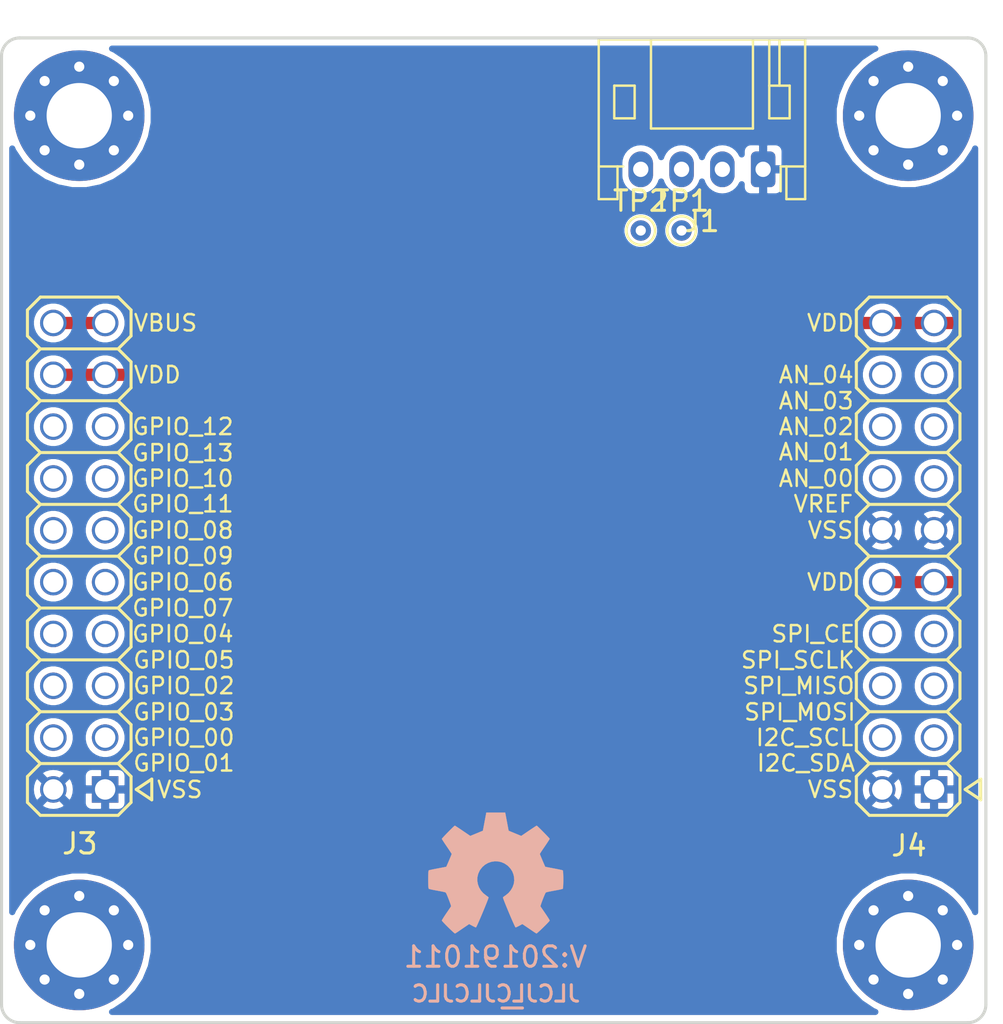
<source format=kicad_pcb>
(kicad_pcb (version 20171130) (host pcbnew 5.1.4-e60b266~84~ubuntu18.04.1)

  (general
    (thickness 1.6)
    (drawings 8)
    (tracks 20)
    (zones 0)
    (modules 12)
    (nets 6)
  )

  (page A4)
  (layers
    (0 F.Cu signal)
    (31 B.Cu signal)
    (32 B.Adhes user)
    (33 F.Adhes user)
    (34 B.Paste user)
    (35 F.Paste user)
    (36 B.SilkS user)
    (37 F.SilkS user)
    (38 B.Mask user)
    (39 F.Mask user)
    (40 Dwgs.User user)
    (41 Cmts.User user)
    (42 Eco1.User user)
    (43 Eco2.User user)
    (44 Edge.Cuts user)
    (45 Margin user)
    (46 B.CrtYd user)
    (47 F.CrtYd user)
    (48 B.Fab user)
    (49 F.Fab user)
  )

  (setup
    (last_trace_width 0.127)
    (user_trace_width 0.15)
    (user_trace_width 0.2)
    (user_trace_width 0.3)
    (user_trace_width 0.4)
    (user_trace_width 0.6)
    (user_trace_width 1)
    (user_trace_width 1.5)
    (user_trace_width 2)
    (trace_clearance 0.127)
    (zone_clearance 0.3)
    (zone_45_only no)
    (trace_min 0.127)
    (via_size 0.6)
    (via_drill 0.3)
    (via_min_size 0.6)
    (via_min_drill 0.3)
    (user_via 0.6 0.3)
    (user_via 0.65 0.4)
    (user_via 0.75 0.6)
    (user_via 0.95 0.8)
    (user_via 1.3 1)
    (user_via 1.5 1.2)
    (user_via 1.7 1.4)
    (user_via 1.9 1.6)
    (uvia_size 0.6)
    (uvia_drill 0.3)
    (uvias_allowed no)
    (uvia_min_size 0.381)
    (uvia_min_drill 0.254)
    (edge_width 0.15)
    (segment_width 0.2)
    (pcb_text_width 0.3)
    (pcb_text_size 1.5 1.5)
    (mod_edge_width 0.15)
    (mod_text_size 1 1)
    (mod_text_width 0.15)
    (pad_size 0.7 1.8)
    (pad_drill 0)
    (pad_to_mask_clearance 0.1)
    (aux_axis_origin 0 0)
    (visible_elements FFFFFF7F)
    (pcbplotparams
      (layerselection 0x010fc_ffffffff)
      (usegerberextensions false)
      (usegerberattributes false)
      (usegerberadvancedattributes false)
      (creategerberjobfile false)
      (excludeedgelayer false)
      (linewidth 0.150000)
      (plotframeref false)
      (viasonmask false)
      (mode 1)
      (useauxorigin false)
      (hpglpennumber 1)
      (hpglpenspeed 20)
      (hpglpendiameter 15.000000)
      (psnegative false)
      (psa4output false)
      (plotreference true)
      (plotvalue true)
      (plotinvisibletext false)
      (padsonsilk false)
      (subtractmaskfromsilk false)
      (outputformat 1)
      (mirror false)
      (drillshape 0)
      (scaleselection 1)
      (outputdirectory "plots/"))
  )

  (net 0 "")
  (net 1 /VBUS)
  (net 2 /VDD)
  (net 3 /VSS)
  (net 4 /UART_TX)
  (net 5 /UART_RX)

  (net_class Default "This is the default net class."
    (clearance 0.127)
    (trace_width 0.127)
    (via_dia 0.6)
    (via_drill 0.3)
    (uvia_dia 0.6)
    (uvia_drill 0.3)
    (add_net /AN_00)
    (add_net /AN_01)
    (add_net /AN_03)
    (add_net /GPIO_00)
    (add_net /GPIO_01)
    (add_net /GPIO_02)
    (add_net /GPIO_03)
    (add_net /GPIO_04)
    (add_net /GPIO_05)
    (add_net /GPIO_06)
    (add_net /GPIO_07)
    (add_net /GPIO_08)
    (add_net /GPIO_09)
    (add_net /GPIO_10)
    (add_net /GPIO_11)
    (add_net /GPIO_12)
    (add_net /GPIO_13)
    (add_net /I2C_SCL)
    (add_net /I2C_SDA)
    (add_net /SPI_CE)
    (add_net /SPI_MISO)
    (add_net /SPI_MOSI)
    (add_net /SPI_SCLK)
    (add_net /UART_RX)
    (add_net /UART_TX)
    (add_net /VBUS)
    (add_net /VDD)
    (add_net /VREF)
    (add_net /VSS)
  )

  (module TestPoint:TestPoint_THTPad_D1.0mm_Drill0.5mm (layer F.Cu) (tedit 5A0F774F) (tstamp 5DA0A808)
    (at 92.3 70.4)
    (descr "THT pad as test Point, diameter 1.0mm, hole diameter 0.5mm")
    (tags "test point THT pad")
    (path /5DA20D16)
    (attr virtual)
    (fp_text reference TP2 (at 0 -1.448) (layer F.SilkS)
      (effects (font (size 1 1) (thickness 0.15)))
    )
    (fp_text value testpad (at 0 1.55) (layer F.Fab)
      (effects (font (size 1 1) (thickness 0.15)))
    )
    (fp_circle (center 0 0) (end 0 0.7) (layer F.SilkS) (width 0.12))
    (fp_circle (center 0 0) (end 1 0) (layer F.CrtYd) (width 0.05))
    (fp_text user %R (at 0 -1.45) (layer F.Fab)
      (effects (font (size 1 1) (thickness 0.15)))
    )
    (pad 1 thru_hole circle (at 0 0) (size 1 1) (drill 0.5) (layers *.Cu *.Mask)
      (net 4 /UART_TX))
  )

  (module TestPoint:TestPoint_THTPad_D1.0mm_Drill0.5mm (layer F.Cu) (tedit 5A0F774F) (tstamp 5DA0A800)
    (at 94.3 70.4)
    (descr "THT pad as test Point, diameter 1.0mm, hole diameter 0.5mm")
    (tags "test point THT pad")
    (path /5DA20667)
    (attr virtual)
    (fp_text reference TP1 (at 0 -1.448) (layer F.SilkS)
      (effects (font (size 1 1) (thickness 0.15)))
    )
    (fp_text value testpad (at 0 1.55) (layer F.Fab)
      (effects (font (size 1 1) (thickness 0.15)))
    )
    (fp_circle (center 0 0) (end 0 0.7) (layer F.SilkS) (width 0.12))
    (fp_circle (center 0 0) (end 1 0) (layer F.CrtYd) (width 0.05))
    (fp_text user %R (at 0 -1.45) (layer F.Fab)
      (effects (font (size 1 1) (thickness 0.15)))
    )
    (pad 1 thru_hole circle (at 0 0) (size 1 1) (drill 0.5) (layers *.Cu *.Mask)
      (net 5 /UART_RX))
  )

  (module Connector_JST:JST_PH_S4B-PH-K_1x04_P2.00mm_Horizontal (layer F.Cu) (tedit 5B7745C6) (tstamp 5DA0A61E)
    (at 98.3 67.4 180)
    (descr "JST PH series connector, S4B-PH-K (http://www.jst-mfg.com/product/pdf/eng/ePH.pdf), generated with kicad-footprint-generator")
    (tags "connector JST PH top entry")
    (path /5DA1E6EC)
    (fp_text reference J1 (at 3 -2.55) (layer F.SilkS)
      (effects (font (size 1 1) (thickness 0.15)))
    )
    (fp_text value DevBoardUartInput (at 3 7.45) (layer F.Fab)
      (effects (font (size 1 1) (thickness 0.15)))
    )
    (fp_text user %R (at 3 2.5) (layer F.Fab)
      (effects (font (size 1 1) (thickness 0.15)))
    )
    (fp_line (start 0.5 1.375) (end 0 0.875) (layer F.Fab) (width 0.1))
    (fp_line (start -0.5 1.375) (end 0.5 1.375) (layer F.Fab) (width 0.1))
    (fp_line (start 0 0.875) (end -0.5 1.375) (layer F.Fab) (width 0.1))
    (fp_line (start -0.86 0.14) (end -0.86 -1.075) (layer F.SilkS) (width 0.12))
    (fp_line (start 7.25 0.25) (end -1.25 0.25) (layer F.Fab) (width 0.1))
    (fp_line (start 7.25 -1.35) (end 7.25 0.25) (layer F.Fab) (width 0.1))
    (fp_line (start 7.95 -1.35) (end 7.25 -1.35) (layer F.Fab) (width 0.1))
    (fp_line (start 7.95 6.25) (end 7.95 -1.35) (layer F.Fab) (width 0.1))
    (fp_line (start -1.95 6.25) (end 7.95 6.25) (layer F.Fab) (width 0.1))
    (fp_line (start -1.95 -1.35) (end -1.95 6.25) (layer F.Fab) (width 0.1))
    (fp_line (start -1.25 -1.35) (end -1.95 -1.35) (layer F.Fab) (width 0.1))
    (fp_line (start -1.25 0.25) (end -1.25 -1.35) (layer F.Fab) (width 0.1))
    (fp_line (start 8.45 -1.85) (end -2.45 -1.85) (layer F.CrtYd) (width 0.05))
    (fp_line (start 8.45 6.75) (end 8.45 -1.85) (layer F.CrtYd) (width 0.05))
    (fp_line (start -2.45 6.75) (end 8.45 6.75) (layer F.CrtYd) (width 0.05))
    (fp_line (start -2.45 -1.85) (end -2.45 6.75) (layer F.CrtYd) (width 0.05))
    (fp_line (start -0.8 4.1) (end -0.8 6.36) (layer F.SilkS) (width 0.12))
    (fp_line (start -0.3 4.1) (end -0.3 6.36) (layer F.SilkS) (width 0.12))
    (fp_line (start 6.3 2.5) (end 7.3 2.5) (layer F.SilkS) (width 0.12))
    (fp_line (start 6.3 4.1) (end 6.3 2.5) (layer F.SilkS) (width 0.12))
    (fp_line (start 7.3 4.1) (end 6.3 4.1) (layer F.SilkS) (width 0.12))
    (fp_line (start 7.3 2.5) (end 7.3 4.1) (layer F.SilkS) (width 0.12))
    (fp_line (start -0.3 2.5) (end -1.3 2.5) (layer F.SilkS) (width 0.12))
    (fp_line (start -0.3 4.1) (end -0.3 2.5) (layer F.SilkS) (width 0.12))
    (fp_line (start -1.3 4.1) (end -0.3 4.1) (layer F.SilkS) (width 0.12))
    (fp_line (start -1.3 2.5) (end -1.3 4.1) (layer F.SilkS) (width 0.12))
    (fp_line (start 8.06 0.14) (end 7.14 0.14) (layer F.SilkS) (width 0.12))
    (fp_line (start -2.06 0.14) (end -1.14 0.14) (layer F.SilkS) (width 0.12))
    (fp_line (start 5.5 2) (end 5.5 6.36) (layer F.SilkS) (width 0.12))
    (fp_line (start 0.5 2) (end 5.5 2) (layer F.SilkS) (width 0.12))
    (fp_line (start 0.5 6.36) (end 0.5 2) (layer F.SilkS) (width 0.12))
    (fp_line (start 7.14 0.14) (end 6.86 0.14) (layer F.SilkS) (width 0.12))
    (fp_line (start 7.14 -1.46) (end 7.14 0.14) (layer F.SilkS) (width 0.12))
    (fp_line (start 8.06 -1.46) (end 7.14 -1.46) (layer F.SilkS) (width 0.12))
    (fp_line (start 8.06 6.36) (end 8.06 -1.46) (layer F.SilkS) (width 0.12))
    (fp_line (start -2.06 6.36) (end 8.06 6.36) (layer F.SilkS) (width 0.12))
    (fp_line (start -2.06 -1.46) (end -2.06 6.36) (layer F.SilkS) (width 0.12))
    (fp_line (start -1.14 -1.46) (end -2.06 -1.46) (layer F.SilkS) (width 0.12))
    (fp_line (start -1.14 0.14) (end -1.14 -1.46) (layer F.SilkS) (width 0.12))
    (fp_line (start -0.86 0.14) (end -1.14 0.14) (layer F.SilkS) (width 0.12))
    (pad 4 thru_hole oval (at 6 0 180) (size 1.2 1.75) (drill 0.75) (layers *.Cu *.Mask)
      (net 4 /UART_TX))
    (pad 3 thru_hole oval (at 4 0 180) (size 1.2 1.75) (drill 0.75) (layers *.Cu *.Mask)
      (net 5 /UART_RX))
    (pad 2 thru_hole oval (at 2 0 180) (size 1.2 1.75) (drill 0.75) (layers *.Cu *.Mask)
      (net 1 /VBUS))
    (pad 1 thru_hole roundrect (at 0 0 180) (size 1.2 1.75) (drill 0.75) (layers *.Cu *.Mask) (roundrect_rratio 0.208333)
      (net 3 /VSS))
    (model ${KISYS3DMOD}/Connector_JST.3dshapes/JST_PH_S4B-PH-K_1x04_P2.00mm_Horizontal.wrl
      (at (xyz 0 0 0))
      (scale (xyz 1 1 1))
      (rotate (xyz 0 0 0))
    )
  )

  (module SquantorConnectorsNamed:nuclone_small_exp_bus_analog (layer F.Cu) (tedit 5D87C52B) (tstamp 5D8995C8)
    (at 105.41 86.36 90)
    (descr "PIN HEADER")
    (tags "PIN HEADER")
    (path /5D897E29)
    (attr virtual)
    (fp_text reference J4 (at -14.19 0.04 180) (layer F.SilkS)
      (effects (font (size 1 1) (thickness 0.15)))
    )
    (fp_text value nuclone_small_exp_bus_analog (at 0 3.81 90) (layer F.Fab)
      (effects (font (size 1 1) (thickness 0.15)))
    )
    (fp_text user AN_03 (at 7.61 -4.51) (layer F.SilkS)
      (effects (font (size 0.8 0.8) (thickness 0.12)))
    )
    (fp_text user AN_01 (at 5.11 -4.51) (layer F.SilkS)
      (effects (font (size 0.8 0.8) (thickness 0.12)))
    )
    (fp_text user VREF (at 2.56 -4.16) (layer F.SilkS)
      (effects (font (size 0.8 0.8) (thickness 0.12)))
    )
    (fp_text user SPI_SCLK (at -5.09 -5.41) (layer F.SilkS)
      (effects (font (size 0.8 0.8) (thickness 0.12)))
    )
    (fp_text user SPI_MOSI (at -7.64 -5.31) (layer F.SilkS)
      (effects (font (size 0.8 0.8) (thickness 0.12)))
    )
    (fp_text user I2C_SDA (at -10.14 -5.01) (layer F.SilkS)
      (effects (font (size 0.8 0.8) (thickness 0.12)))
    )
    (fp_text user VDD (at 11.43 -3.81) (layer F.SilkS)
      (effects (font (size 0.8 0.8) (thickness 0.12)))
    )
    (fp_text user AN_04 (at 8.89 -4.51) (layer F.SilkS)
      (effects (font (size 0.8 0.8) (thickness 0.12)))
    )
    (fp_text user AN_02 (at 6.35 -4.51) (layer F.SilkS)
      (effects (font (size 0.8 0.8) (thickness 0.12)))
    )
    (fp_text user AN_00 (at 3.81 -4.51) (layer F.SilkS)
      (effects (font (size 0.8 0.8) (thickness 0.12)))
    )
    (fp_text user VSS (at 1.27 -3.81) (layer F.SilkS)
      (effects (font (size 0.8 0.8) (thickness 0.12)))
    )
    (fp_text user VDD (at -1.27 -3.81) (layer F.SilkS)
      (effects (font (size 0.8 0.8) (thickness 0.12)))
    )
    (fp_text user SPI_CE (at -3.81 -4.66) (layer F.SilkS)
      (effects (font (size 0.8 0.8) (thickness 0.12)))
    )
    (fp_text user SPI_MISO (at -6.35 -5.36) (layer F.SilkS)
      (effects (font (size 0.8 0.8) (thickness 0.12)))
    )
    (fp_text user I2C_SCL (at -8.89 -5.08) (layer F.SilkS)
      (effects (font (size 0.8 0.8) (thickness 0.12)))
    )
    (fp_text user VSS (at -11.43 -3.81) (layer F.SilkS)
      (effects (font (size 0.8 0.8) (thickness 0.12)))
    )
    (fp_line (start -10.922 3.556) (end -11.43 2.794) (layer F.SilkS) (width 0.15))
    (fp_line (start -11.938 3.556) (end -10.922 3.556) (layer F.SilkS) (width 0.15))
    (fp_line (start -11.43 2.794) (end -11.938 3.556) (layer F.SilkS) (width 0.15))
    (fp_line (start 10.795 2.54) (end 12.065 2.54) (layer F.SilkS) (width 0.15))
    (fp_line (start 12.7 -1.905) (end 12.7 1.905) (layer F.SilkS) (width 0.15))
    (fp_line (start 10.16 1.905) (end 10.795 2.54) (layer F.SilkS) (width 0.15))
    (fp_line (start 12.7 1.905) (end 12.065 2.54) (layer F.SilkS) (width 0.15))
    (fp_line (start 12.065 -2.54) (end 12.7 -1.905) (layer F.SilkS) (width 0.15))
    (fp_line (start 10.795 -2.54) (end 12.065 -2.54) (layer F.SilkS) (width 0.15))
    (fp_line (start 10.16 -1.905) (end 10.795 -2.54) (layer F.SilkS) (width 0.15))
    (fp_line (start -12.065 2.54) (end -10.795 2.54) (layer F.SilkS) (width 0.15))
    (fp_line (start -9.525 2.54) (end -8.255 2.54) (layer F.SilkS) (width 0.15))
    (fp_line (start -6.985 2.54) (end -5.715 2.54) (layer F.SilkS) (width 0.15))
    (fp_line (start -4.445 2.54) (end -3.175 2.54) (layer F.SilkS) (width 0.15))
    (fp_line (start -1.905 2.54) (end -0.635 2.54) (layer F.SilkS) (width 0.15))
    (fp_line (start 0.635 2.54) (end 1.905 2.54) (layer F.SilkS) (width 0.15))
    (fp_line (start 3.175 2.54) (end 4.445 2.54) (layer F.SilkS) (width 0.15))
    (fp_line (start 5.715 2.54) (end 6.985 2.54) (layer F.SilkS) (width 0.15))
    (fp_line (start 8.255 2.54) (end 9.525 2.54) (layer F.SilkS) (width 0.15))
    (fp_line (start 10.16 -1.905) (end 10.16 1.905) (layer F.SilkS) (width 0.15))
    (fp_line (start 7.62 -1.905) (end 7.62 1.905) (layer F.SilkS) (width 0.15))
    (fp_line (start 5.08 -1.905) (end 5.08 1.905) (layer F.SilkS) (width 0.15))
    (fp_line (start 2.54 -1.905) (end 2.54 1.905) (layer F.SilkS) (width 0.15))
    (fp_line (start 0 -1.905) (end 0 1.905) (layer F.SilkS) (width 0.15))
    (fp_line (start -2.54 -1.905) (end -2.54 1.905) (layer F.SilkS) (width 0.15))
    (fp_line (start -5.08 -1.905) (end -5.08 1.905) (layer F.SilkS) (width 0.15))
    (fp_line (start -7.62 -1.905) (end -7.62 1.905) (layer F.SilkS) (width 0.15))
    (fp_line (start -10.16 -1.905) (end -10.16 1.905) (layer F.SilkS) (width 0.15))
    (fp_line (start 2.54 1.905) (end 3.175 2.54) (layer F.SilkS) (width 0.15))
    (fp_line (start 5.08 1.905) (end 4.445 2.54) (layer F.SilkS) (width 0.15))
    (fp_line (start 5.08 1.905) (end 5.715 2.54) (layer F.SilkS) (width 0.15))
    (fp_line (start 7.62 1.905) (end 6.985 2.54) (layer F.SilkS) (width 0.15))
    (fp_line (start 7.62 1.905) (end 8.255 2.54) (layer F.SilkS) (width 0.15))
    (fp_line (start 10.16 1.905) (end 9.525 2.54) (layer F.SilkS) (width 0.15))
    (fp_line (start 9.525 -2.54) (end 10.16 -1.905) (layer F.SilkS) (width 0.15))
    (fp_line (start 8.255 -2.54) (end 9.525 -2.54) (layer F.SilkS) (width 0.15))
    (fp_line (start 7.62 -1.905) (end 8.255 -2.54) (layer F.SilkS) (width 0.15))
    (fp_line (start 6.985 -2.54) (end 7.62 -1.905) (layer F.SilkS) (width 0.15))
    (fp_line (start 5.715 -2.54) (end 6.985 -2.54) (layer F.SilkS) (width 0.15))
    (fp_line (start 5.08 -1.905) (end 5.715 -2.54) (layer F.SilkS) (width 0.15))
    (fp_line (start 4.445 -2.54) (end 5.08 -1.905) (layer F.SilkS) (width 0.15))
    (fp_line (start 3.175 -2.54) (end 4.445 -2.54) (layer F.SilkS) (width 0.15))
    (fp_line (start 2.54 -1.905) (end 3.175 -2.54) (layer F.SilkS) (width 0.15))
    (fp_line (start 1.905 -2.54) (end 2.54 -1.905) (layer F.SilkS) (width 0.15))
    (fp_line (start 0.635 -2.54) (end 1.905 -2.54) (layer F.SilkS) (width 0.15))
    (fp_line (start 0 -1.905) (end 0.635 -2.54) (layer F.SilkS) (width 0.15))
    (fp_line (start -0.635 -2.54) (end 0 -1.905) (layer F.SilkS) (width 0.15))
    (fp_line (start -1.905 -2.54) (end -0.635 -2.54) (layer F.SilkS) (width 0.15))
    (fp_line (start -2.54 -1.905) (end -1.905 -2.54) (layer F.SilkS) (width 0.15))
    (fp_line (start -3.175 -2.54) (end -2.54 -1.905) (layer F.SilkS) (width 0.15))
    (fp_line (start -4.445 -2.54) (end -3.175 -2.54) (layer F.SilkS) (width 0.15))
    (fp_line (start -5.08 -1.905) (end -4.445 -2.54) (layer F.SilkS) (width 0.15))
    (fp_line (start -5.715 -2.54) (end -5.08 -1.905) (layer F.SilkS) (width 0.15))
    (fp_line (start -6.985 -2.54) (end -5.715 -2.54) (layer F.SilkS) (width 0.15))
    (fp_line (start -7.62 -1.905) (end -6.985 -2.54) (layer F.SilkS) (width 0.15))
    (fp_line (start -8.255 -2.54) (end -7.62 -1.905) (layer F.SilkS) (width 0.15))
    (fp_line (start -9.525 -2.54) (end -8.255 -2.54) (layer F.SilkS) (width 0.15))
    (fp_line (start -10.16 -1.905) (end -9.525 -2.54) (layer F.SilkS) (width 0.15))
    (fp_line (start -10.795 -2.54) (end -10.16 -1.905) (layer F.SilkS) (width 0.15))
    (fp_line (start -12.065 -2.54) (end -10.795 -2.54) (layer F.SilkS) (width 0.15))
    (fp_line (start -12.7 -1.905) (end -12.065 -2.54) (layer F.SilkS) (width 0.15))
    (fp_line (start -12.7 1.905) (end -12.7 -1.905) (layer F.SilkS) (width 0.15))
    (fp_line (start 1.905 2.54) (end 2.54 1.905) (layer F.SilkS) (width 0.15))
    (fp_line (start 0 1.905) (end 0.635 2.54) (layer F.SilkS) (width 0.15))
    (fp_line (start -0.635 2.54) (end 0 1.905) (layer F.SilkS) (width 0.15))
    (fp_line (start -2.54 1.905) (end -1.905 2.54) (layer F.SilkS) (width 0.15))
    (fp_line (start -3.175 2.54) (end -2.54 1.905) (layer F.SilkS) (width 0.15))
    (fp_line (start -5.08 1.905) (end -4.445 2.54) (layer F.SilkS) (width 0.15))
    (fp_line (start -5.715 2.54) (end -5.08 1.905) (layer F.SilkS) (width 0.15))
    (fp_line (start -7.62 1.905) (end -6.985 2.54) (layer F.SilkS) (width 0.15))
    (fp_line (start -8.255 2.54) (end -7.62 1.905) (layer F.SilkS) (width 0.15))
    (fp_line (start -10.16 1.905) (end -9.525 2.54) (layer F.SilkS) (width 0.15))
    (fp_line (start -10.795 2.54) (end -10.16 1.905) (layer F.SilkS) (width 0.15))
    (fp_line (start -12.7 1.905) (end -12.065 2.54) (layer F.SilkS) (width 0.15))
    (pad 20 thru_hole circle (at 11.43 -1.27 90) (size 1.3 1.3) (drill 1) (layers *.Cu *.Mask)
      (net 2 /VDD))
    (pad 19 thru_hole circle (at 11.43 1.27 90) (size 1.3 1.3) (drill 1) (layers *.Cu *.Mask)
      (net 2 /VDD))
    (pad 18 thru_hole circle (at 8.89 -1.27 90) (size 1.3 1.3) (drill 1) (layers *.Cu *.Mask))
    (pad 17 thru_hole circle (at 8.89 1.27 90) (size 1.3 1.3) (drill 1) (layers *.Cu *.Mask))
    (pad 16 thru_hole circle (at 6.35 -1.27 90) (size 1.3 1.3) (drill 1) (layers *.Cu *.Mask))
    (pad 15 thru_hole circle (at 6.35 1.27 90) (size 1.3 1.3) (drill 1) (layers *.Cu *.Mask))
    (pad 14 thru_hole circle (at 3.81 -1.27 90) (size 1.3 1.3) (drill 1) (layers *.Cu *.Mask))
    (pad 13 thru_hole circle (at 3.81 1.27 90) (size 1.3 1.3) (drill 1) (layers *.Cu *.Mask))
    (pad 12 thru_hole circle (at 1.27 -1.27 90) (size 1.3 1.3) (drill 1) (layers *.Cu *.Mask)
      (net 3 /VSS))
    (pad 11 thru_hole circle (at 1.27 1.27 90) (size 1.3 1.3) (drill 1) (layers *.Cu *.Mask)
      (net 3 /VSS))
    (pad 10 thru_hole circle (at -1.27 -1.27 90) (size 1.3 1.3) (drill 1) (layers *.Cu *.Mask)
      (net 2 /VDD))
    (pad 9 thru_hole circle (at -1.27 1.27 90) (size 1.3 1.3) (drill 1) (layers *.Cu *.Mask)
      (net 2 /VDD))
    (pad 8 thru_hole circle (at -3.81 -1.27 90) (size 1.3 1.3) (drill 1) (layers *.Cu *.Mask))
    (pad 7 thru_hole circle (at -3.81 1.27 90) (size 1.3 1.3) (drill 1) (layers *.Cu *.Mask))
    (pad 6 thru_hole circle (at -6.35 -1.27 90) (size 1.3 1.3) (drill 1) (layers *.Cu *.Mask))
    (pad 5 thru_hole circle (at -6.35 1.27 90) (size 1.3 1.3) (drill 1) (layers *.Cu *.Mask))
    (pad 4 thru_hole circle (at -8.89 -1.27 90) (size 1.3 1.3) (drill 1) (layers *.Cu *.Mask))
    (pad 3 thru_hole circle (at -8.89 1.27 90) (size 1.3 1.3) (drill 1) (layers *.Cu *.Mask))
    (pad 2 thru_hole circle (at -11.43 -1.27 90) (size 1.3 1.3) (drill 1) (layers *.Cu *.Mask)
      (net 3 /VSS))
    (pad 1 thru_hole rect (at -11.43 1.27 90) (size 1.3 1.3) (drill 1) (layers *.Cu *.Mask)
      (net 3 /VSS))
    (model ${KISYS3DMOD}/Connector_PinHeader_2.54mm.3dshapes/PinHeader_2x10_P2.54mm_Vertical.step
      (offset (xyz -11.43 -1.27 0))
      (scale (xyz 1 1 1))
      (rotate (xyz 0 0 -90))
    )
  )

  (module SquantorConnectorsNamed:nuclone_small_exp_gpio (layer F.Cu) (tedit 5D87C583) (tstamp 5D9A5776)
    (at 64.77 86.36 90)
    (descr "PIN HEADER")
    (tags "PIN HEADER")
    (path /5D87167A)
    (attr virtual)
    (fp_text reference J3 (at -14.09 0.03 180) (layer F.SilkS)
      (effects (font (size 1 1) (thickness 0.15)))
    )
    (fp_text value nuclone_small_exp_gpio (at 0 3.81 90) (layer F.Fab)
      (effects (font (size 1 1) (thickness 0.15)))
    )
    (fp_text user VBUS (at 11.43 4.23) (layer F.SilkS)
      (effects (font (size 0.8 0.8) (thickness 0.12)))
    )
    (fp_text user VDD (at 8.89 3.83) (layer F.SilkS)
      (effects (font (size 0.8 0.8) (thickness 0.12)))
    )
    (fp_text user GPIO_12 (at 6.35 5.08) (layer F.SilkS)
      (effects (font (size 0.8 0.8) (thickness 0.12)))
    )
    (fp_text user GPIO_10 (at 3.81 5.08) (layer F.SilkS)
      (effects (font (size 0.8 0.8) (thickness 0.12)))
    )
    (fp_text user GPIO_08 (at 1.27 5.08) (layer F.SilkS)
      (effects (font (size 0.8 0.8) (thickness 0.12)))
    )
    (fp_text user GPIO_06 (at -1.27 5.08) (layer F.SilkS)
      (effects (font (size 0.8 0.8) (thickness 0.12)))
    )
    (fp_text user GPIO_04 (at -3.81 5.08) (layer F.SilkS)
      (effects (font (size 0.8 0.8) (thickness 0.12)))
    )
    (fp_text user GPIO_13 (at 5.06 5.08 180) (layer F.SilkS)
      (effects (font (size 0.8 0.8) (thickness 0.12)))
    )
    (fp_text user GPIO_11 (at 2.56 5.08) (layer F.SilkS)
      (effects (font (size 0.8 0.8) (thickness 0.12)))
    )
    (fp_text user GPIO_09 (at 0.01 5.08) (layer F.SilkS)
      (effects (font (size 0.8 0.8) (thickness 0.12)))
    )
    (fp_text user GPIO_07 (at -2.54 5.08) (layer F.SilkS)
      (effects (font (size 0.8 0.8) (thickness 0.12)))
    )
    (fp_text user GPIO_05 (at -5.09 5.13) (layer F.SilkS)
      (effects (font (size 0.8 0.8) (thickness 0.12)))
    )
    (fp_text user GPIO_03 (at -7.64 5.13) (layer F.SilkS)
      (effects (font (size 0.8 0.8) (thickness 0.12)))
    )
    (fp_text user GPIO_02 (at -6.35 5.13) (layer F.SilkS)
      (effects (font (size 0.8 0.8) (thickness 0.12)))
    )
    (fp_text user GPIO_01 (at -10.14 5.13) (layer F.SilkS)
      (effects (font (size 0.8 0.8) (thickness 0.12)))
    )
    (fp_text user GPIO_00 (at -8.89 5.13) (layer F.SilkS)
      (effects (font (size 0.8 0.8) (thickness 0.12)))
    )
    (fp_text user VSS (at -11.44 4.93) (layer F.SilkS)
      (effects (font (size 0.8 0.8) (thickness 0.12)))
    )
    (fp_line (start -10.922 3.556) (end -11.43 2.794) (layer F.SilkS) (width 0.15))
    (fp_line (start -11.938 3.556) (end -10.922 3.556) (layer F.SilkS) (width 0.15))
    (fp_line (start -11.43 2.794) (end -11.938 3.556) (layer F.SilkS) (width 0.15))
    (fp_line (start 10.795 2.54) (end 12.065 2.54) (layer F.SilkS) (width 0.15))
    (fp_line (start 12.7 -1.905) (end 12.7 1.905) (layer F.SilkS) (width 0.15))
    (fp_line (start 10.16 1.905) (end 10.795 2.54) (layer F.SilkS) (width 0.15))
    (fp_line (start 12.7 1.905) (end 12.065 2.54) (layer F.SilkS) (width 0.15))
    (fp_line (start 12.065 -2.54) (end 12.7 -1.905) (layer F.SilkS) (width 0.15))
    (fp_line (start 10.795 -2.54) (end 12.065 -2.54) (layer F.SilkS) (width 0.15))
    (fp_line (start 10.16 -1.905) (end 10.795 -2.54) (layer F.SilkS) (width 0.15))
    (fp_line (start -12.065 2.54) (end -10.795 2.54) (layer F.SilkS) (width 0.15))
    (fp_line (start -9.525 2.54) (end -8.255 2.54) (layer F.SilkS) (width 0.15))
    (fp_line (start -6.985 2.54) (end -5.715 2.54) (layer F.SilkS) (width 0.15))
    (fp_line (start -4.445 2.54) (end -3.175 2.54) (layer F.SilkS) (width 0.15))
    (fp_line (start -1.905 2.54) (end -0.635 2.54) (layer F.SilkS) (width 0.15))
    (fp_line (start 0.635 2.54) (end 1.905 2.54) (layer F.SilkS) (width 0.15))
    (fp_line (start 3.175 2.54) (end 4.445 2.54) (layer F.SilkS) (width 0.15))
    (fp_line (start 5.715 2.54) (end 6.985 2.54) (layer F.SilkS) (width 0.15))
    (fp_line (start 8.255 2.54) (end 9.525 2.54) (layer F.SilkS) (width 0.15))
    (fp_line (start 10.16 -1.905) (end 10.16 1.905) (layer F.SilkS) (width 0.15))
    (fp_line (start 7.62 -1.905) (end 7.62 1.905) (layer F.SilkS) (width 0.15))
    (fp_line (start 5.08 -1.905) (end 5.08 1.905) (layer F.SilkS) (width 0.15))
    (fp_line (start 2.54 -1.905) (end 2.54 1.905) (layer F.SilkS) (width 0.15))
    (fp_line (start 0 -1.905) (end 0 1.905) (layer F.SilkS) (width 0.15))
    (fp_line (start -2.54 -1.905) (end -2.54 1.905) (layer F.SilkS) (width 0.15))
    (fp_line (start -5.08 -1.905) (end -5.08 1.905) (layer F.SilkS) (width 0.15))
    (fp_line (start -7.62 -1.905) (end -7.62 1.905) (layer F.SilkS) (width 0.15))
    (fp_line (start -10.16 -1.905) (end -10.16 1.905) (layer F.SilkS) (width 0.15))
    (fp_line (start 2.54 1.905) (end 3.175 2.54) (layer F.SilkS) (width 0.15))
    (fp_line (start 5.08 1.905) (end 4.445 2.54) (layer F.SilkS) (width 0.15))
    (fp_line (start 5.08 1.905) (end 5.715 2.54) (layer F.SilkS) (width 0.15))
    (fp_line (start 7.62 1.905) (end 6.985 2.54) (layer F.SilkS) (width 0.15))
    (fp_line (start 7.62 1.905) (end 8.255 2.54) (layer F.SilkS) (width 0.15))
    (fp_line (start 10.16 1.905) (end 9.525 2.54) (layer F.SilkS) (width 0.15))
    (fp_line (start 9.525 -2.54) (end 10.16 -1.905) (layer F.SilkS) (width 0.15))
    (fp_line (start 8.255 -2.54) (end 9.525 -2.54) (layer F.SilkS) (width 0.15))
    (fp_line (start 7.62 -1.905) (end 8.255 -2.54) (layer F.SilkS) (width 0.15))
    (fp_line (start 6.985 -2.54) (end 7.62 -1.905) (layer F.SilkS) (width 0.15))
    (fp_line (start 5.715 -2.54) (end 6.985 -2.54) (layer F.SilkS) (width 0.15))
    (fp_line (start 5.08 -1.905) (end 5.715 -2.54) (layer F.SilkS) (width 0.15))
    (fp_line (start 4.445 -2.54) (end 5.08 -1.905) (layer F.SilkS) (width 0.15))
    (fp_line (start 3.175 -2.54) (end 4.445 -2.54) (layer F.SilkS) (width 0.15))
    (fp_line (start 2.54 -1.905) (end 3.175 -2.54) (layer F.SilkS) (width 0.15))
    (fp_line (start 1.905 -2.54) (end 2.54 -1.905) (layer F.SilkS) (width 0.15))
    (fp_line (start 0.635 -2.54) (end 1.905 -2.54) (layer F.SilkS) (width 0.15))
    (fp_line (start 0 -1.905) (end 0.635 -2.54) (layer F.SilkS) (width 0.15))
    (fp_line (start -0.635 -2.54) (end 0 -1.905) (layer F.SilkS) (width 0.15))
    (fp_line (start -1.905 -2.54) (end -0.635 -2.54) (layer F.SilkS) (width 0.15))
    (fp_line (start -2.54 -1.905) (end -1.905 -2.54) (layer F.SilkS) (width 0.15))
    (fp_line (start -3.175 -2.54) (end -2.54 -1.905) (layer F.SilkS) (width 0.15))
    (fp_line (start -4.445 -2.54) (end -3.175 -2.54) (layer F.SilkS) (width 0.15))
    (fp_line (start -5.08 -1.905) (end -4.445 -2.54) (layer F.SilkS) (width 0.15))
    (fp_line (start -5.715 -2.54) (end -5.08 -1.905) (layer F.SilkS) (width 0.15))
    (fp_line (start -6.985 -2.54) (end -5.715 -2.54) (layer F.SilkS) (width 0.15))
    (fp_line (start -7.62 -1.905) (end -6.985 -2.54) (layer F.SilkS) (width 0.15))
    (fp_line (start -8.255 -2.54) (end -7.62 -1.905) (layer F.SilkS) (width 0.15))
    (fp_line (start -9.525 -2.54) (end -8.255 -2.54) (layer F.SilkS) (width 0.15))
    (fp_line (start -10.16 -1.905) (end -9.525 -2.54) (layer F.SilkS) (width 0.15))
    (fp_line (start -10.795 -2.54) (end -10.16 -1.905) (layer F.SilkS) (width 0.15))
    (fp_line (start -12.065 -2.54) (end -10.795 -2.54) (layer F.SilkS) (width 0.15))
    (fp_line (start -12.7 -1.905) (end -12.065 -2.54) (layer F.SilkS) (width 0.15))
    (fp_line (start -12.7 1.905) (end -12.7 -1.905) (layer F.SilkS) (width 0.15))
    (fp_line (start 1.905 2.54) (end 2.54 1.905) (layer F.SilkS) (width 0.15))
    (fp_line (start 0 1.905) (end 0.635 2.54) (layer F.SilkS) (width 0.15))
    (fp_line (start -0.635 2.54) (end 0 1.905) (layer F.SilkS) (width 0.15))
    (fp_line (start -2.54 1.905) (end -1.905 2.54) (layer F.SilkS) (width 0.15))
    (fp_line (start -3.175 2.54) (end -2.54 1.905) (layer F.SilkS) (width 0.15))
    (fp_line (start -5.08 1.905) (end -4.445 2.54) (layer F.SilkS) (width 0.15))
    (fp_line (start -5.715 2.54) (end -5.08 1.905) (layer F.SilkS) (width 0.15))
    (fp_line (start -7.62 1.905) (end -6.985 2.54) (layer F.SilkS) (width 0.15))
    (fp_line (start -8.255 2.54) (end -7.62 1.905) (layer F.SilkS) (width 0.15))
    (fp_line (start -10.16 1.905) (end -9.525 2.54) (layer F.SilkS) (width 0.15))
    (fp_line (start -10.795 2.54) (end -10.16 1.905) (layer F.SilkS) (width 0.15))
    (fp_line (start -12.7 1.905) (end -12.065 2.54) (layer F.SilkS) (width 0.15))
    (pad 20 thru_hole circle (at 11.43 -1.27 90) (size 1.3 1.3) (drill 1) (layers *.Cu *.Mask)
      (net 1 /VBUS))
    (pad 19 thru_hole circle (at 11.43 1.27 90) (size 1.3 1.3) (drill 1) (layers *.Cu *.Mask)
      (net 1 /VBUS))
    (pad 18 thru_hole circle (at 8.89 -1.27 90) (size 1.3 1.3) (drill 1) (layers *.Cu *.Mask)
      (net 2 /VDD))
    (pad 17 thru_hole circle (at 8.89 1.27 90) (size 1.3 1.3) (drill 1) (layers *.Cu *.Mask)
      (net 2 /VDD))
    (pad 16 thru_hole circle (at 6.35 -1.27 90) (size 1.3 1.3) (drill 1) (layers *.Cu *.Mask))
    (pad 15 thru_hole circle (at 6.35 1.27 90) (size 1.3 1.3) (drill 1) (layers *.Cu *.Mask))
    (pad 14 thru_hole circle (at 3.81 -1.27 90) (size 1.3 1.3) (drill 1) (layers *.Cu *.Mask))
    (pad 13 thru_hole circle (at 3.81 1.27 90) (size 1.3 1.3) (drill 1) (layers *.Cu *.Mask))
    (pad 12 thru_hole circle (at 1.27 -1.27 90) (size 1.3 1.3) (drill 1) (layers *.Cu *.Mask))
    (pad 11 thru_hole circle (at 1.27 1.27 90) (size 1.3 1.3) (drill 1) (layers *.Cu *.Mask))
    (pad 10 thru_hole circle (at -1.27 -1.27 90) (size 1.3 1.3) (drill 1) (layers *.Cu *.Mask))
    (pad 9 thru_hole circle (at -1.27 1.27 90) (size 1.3 1.3) (drill 1) (layers *.Cu *.Mask))
    (pad 8 thru_hole circle (at -3.81 -1.27 90) (size 1.3 1.3) (drill 1) (layers *.Cu *.Mask))
    (pad 7 thru_hole circle (at -3.81 1.27 90) (size 1.3 1.3) (drill 1) (layers *.Cu *.Mask))
    (pad 6 thru_hole circle (at -6.35 -1.27 90) (size 1.3 1.3) (drill 1) (layers *.Cu *.Mask))
    (pad 5 thru_hole circle (at -6.35 1.27 90) (size 1.3 1.3) (drill 1) (layers *.Cu *.Mask))
    (pad 4 thru_hole circle (at -8.89 -1.27 90) (size 1.3 1.3) (drill 1) (layers *.Cu *.Mask))
    (pad 3 thru_hole circle (at -8.89 1.27 90) (size 1.3 1.3) (drill 1) (layers *.Cu *.Mask))
    (pad 2 thru_hole circle (at -11.43 -1.27 90) (size 1.3 1.3) (drill 1) (layers *.Cu *.Mask)
      (net 3 /VSS))
    (pad 1 thru_hole rect (at -11.43 1.27 90) (size 1.3 1.3) (drill 1) (layers *.Cu *.Mask)
      (net 3 /VSS))
    (model ${KISYS3DMOD}/Connector_PinHeader_2.54mm.3dshapes/PinHeader_2x10_P2.54mm_Vertical.step
      (offset (xyz -11.43 -1.27 0))
      (scale (xyz 1 1 1))
      (rotate (xyz -0 0 -90))
    )
  )

  (module SquantorLabels:Label_Generic (layer B.Cu) (tedit 5D8A7D4C) (tstamp 5D8B1EB2)
    (at 86 107.9 180)
    (descr "Label for general purpose use")
    (tags Label)
    (path /5D8B1B32)
    (attr smd)
    (fp_text reference N3 (at 0 -1.85) (layer B.Fab) hide
      (effects (font (size 1 1) (thickness 0.15)) (justify mirror))
    )
    (fp_text value JLCJLCJLCJLC (at 0.8 0.1) (layer B.SilkS)
      (effects (font (size 0.8 0.8) (thickness 0.15)) (justify mirror))
    )
    (fp_line (start -0.5 -0.6) (end 0.5 -0.6) (layer B.SilkS) (width 0.15))
  )

  (module SquantorLabels:Label_version (layer B.Cu) (tedit 5B5A1E49) (tstamp 5D89B8A1)
    (at 83.7 105.9)
    (path /5D6A68B9)
    (fp_text reference N2 (at 0 -1.4) (layer B.Fab) hide
      (effects (font (size 1 1) (thickness 0.15)) (justify mirror))
    )
    (fp_text value 20191011 (at 0.8 0.1) (layer B.SilkS)
      (effects (font (size 1 1) (thickness 0.15)) (justify mirror))
    )
    (fp_text user V: (at 5.3 0.1) (layer B.SilkS)
      (effects (font (size 1 1) (thickness 0.15)) (justify mirror))
    )
  )

  (module MountingHole:MountingHole_3.2mm_M3_Pad_Via locked (layer F.Cu) (tedit 56DDBCCA) (tstamp 5D6721B4)
    (at 64.77 64.77)
    (descr "Mounting Hole 3.2mm, M3")
    (tags "mounting hole 3.2mm m3")
    (path /5D6A1740)
    (attr virtual)
    (fp_text reference H1 (at 0 4.23) (layer F.SilkS) hide
      (effects (font (size 1 1) (thickness 0.15)))
    )
    (fp_text value MountingHole (at 0 4.2) (layer F.Fab) hide
      (effects (font (size 1 1) (thickness 0.15)))
    )
    (fp_circle (center 0 0) (end 3.45 0) (layer F.CrtYd) (width 0.05))
    (fp_circle (center 0 0) (end 3.2 0) (layer Cmts.User) (width 0.15))
    (fp_text user %R (at 0.3 0) (layer F.Fab)
      (effects (font (size 1 1) (thickness 0.15)))
    )
    (pad 1 thru_hole circle (at 1.697056 -1.697056) (size 0.8 0.8) (drill 0.5) (layers *.Cu *.Mask))
    (pad 1 thru_hole circle (at 0 -2.4) (size 0.8 0.8) (drill 0.5) (layers *.Cu *.Mask))
    (pad 1 thru_hole circle (at -1.697056 -1.697056) (size 0.8 0.8) (drill 0.5) (layers *.Cu *.Mask))
    (pad 1 thru_hole circle (at -2.4 0) (size 0.8 0.8) (drill 0.5) (layers *.Cu *.Mask))
    (pad 1 thru_hole circle (at -1.697056 1.697056) (size 0.8 0.8) (drill 0.5) (layers *.Cu *.Mask))
    (pad 1 thru_hole circle (at 0 2.4) (size 0.8 0.8) (drill 0.5) (layers *.Cu *.Mask))
    (pad 1 thru_hole circle (at 1.697056 1.697056) (size 0.8 0.8) (drill 0.5) (layers *.Cu *.Mask))
    (pad 1 thru_hole circle (at 2.4 0) (size 0.8 0.8) (drill 0.5) (layers *.Cu *.Mask))
    (pad 1 thru_hole circle (at 0 0) (size 6.4 6.4) (drill 3.2) (layers *.Cu *.Mask))
  )

  (module MountingHole:MountingHole_3.2mm_M3_Pad_Via locked (layer F.Cu) (tedit 56DDBCCA) (tstamp 5D6721E4)
    (at 64.77 105.41)
    (descr "Mounting Hole 3.2mm, M3")
    (tags "mounting hole 3.2mm m3")
    (path /5D6A0DE1)
    (attr virtual)
    (fp_text reference H4 (at 0 -4.2) (layer F.SilkS) hide
      (effects (font (size 1 1) (thickness 0.15)))
    )
    (fp_text value MountingHole (at 0 4.2) (layer F.Fab) hide
      (effects (font (size 1 1) (thickness 0.15)))
    )
    (fp_circle (center 0 0) (end 3.45 0) (layer F.CrtYd) (width 0.05))
    (fp_circle (center 0 0) (end 3.2 0) (layer Cmts.User) (width 0.15))
    (fp_text user %R (at 0.3 0) (layer F.Fab)
      (effects (font (size 1 1) (thickness 0.15)))
    )
    (pad 1 thru_hole circle (at 1.697056 -1.697056) (size 0.8 0.8) (drill 0.5) (layers *.Cu *.Mask))
    (pad 1 thru_hole circle (at 0 -2.4) (size 0.8 0.8) (drill 0.5) (layers *.Cu *.Mask))
    (pad 1 thru_hole circle (at -1.697056 -1.697056) (size 0.8 0.8) (drill 0.5) (layers *.Cu *.Mask))
    (pad 1 thru_hole circle (at -2.4 0) (size 0.8 0.8) (drill 0.5) (layers *.Cu *.Mask))
    (pad 1 thru_hole circle (at -1.697056 1.697056) (size 0.8 0.8) (drill 0.5) (layers *.Cu *.Mask))
    (pad 1 thru_hole circle (at 0 2.4) (size 0.8 0.8) (drill 0.5) (layers *.Cu *.Mask))
    (pad 1 thru_hole circle (at 1.697056 1.697056) (size 0.8 0.8) (drill 0.5) (layers *.Cu *.Mask))
    (pad 1 thru_hole circle (at 2.4 0) (size 0.8 0.8) (drill 0.5) (layers *.Cu *.Mask))
    (pad 1 thru_hole circle (at 0 0) (size 6.4 6.4) (drill 3.2) (layers *.Cu *.Mask))
  )

  (module MountingHole:MountingHole_3.2mm_M3_Pad_Via locked (layer F.Cu) (tedit 56DDBCCA) (tstamp 5D6721D4)
    (at 105.41 105.41)
    (descr "Mounting Hole 3.2mm, M3")
    (tags "mounting hole 3.2mm m3")
    (path /5D6A12DB)
    (attr virtual)
    (fp_text reference H3 (at 0 -4.2) (layer F.SilkS) hide
      (effects (font (size 1 1) (thickness 0.15)))
    )
    (fp_text value MountingHole (at 0 4.2) (layer F.Fab) hide
      (effects (font (size 1 1) (thickness 0.15)))
    )
    (fp_circle (center 0 0) (end 3.45 0) (layer F.CrtYd) (width 0.05))
    (fp_circle (center 0 0) (end 3.2 0) (layer Cmts.User) (width 0.15))
    (fp_text user %R (at 0.3 0) (layer F.Fab)
      (effects (font (size 1 1) (thickness 0.15)))
    )
    (pad 1 thru_hole circle (at 1.697056 -1.697056) (size 0.8 0.8) (drill 0.5) (layers *.Cu *.Mask))
    (pad 1 thru_hole circle (at 0 -2.4) (size 0.8 0.8) (drill 0.5) (layers *.Cu *.Mask))
    (pad 1 thru_hole circle (at -1.697056 -1.697056) (size 0.8 0.8) (drill 0.5) (layers *.Cu *.Mask))
    (pad 1 thru_hole circle (at -2.4 0) (size 0.8 0.8) (drill 0.5) (layers *.Cu *.Mask))
    (pad 1 thru_hole circle (at -1.697056 1.697056) (size 0.8 0.8) (drill 0.5) (layers *.Cu *.Mask))
    (pad 1 thru_hole circle (at 0 2.4) (size 0.8 0.8) (drill 0.5) (layers *.Cu *.Mask))
    (pad 1 thru_hole circle (at 1.697056 1.697056) (size 0.8 0.8) (drill 0.5) (layers *.Cu *.Mask))
    (pad 1 thru_hole circle (at 2.4 0) (size 0.8 0.8) (drill 0.5) (layers *.Cu *.Mask))
    (pad 1 thru_hole circle (at 0 0) (size 6.4 6.4) (drill 3.2) (layers *.Cu *.Mask))
  )

  (module MountingHole:MountingHole_3.2mm_M3_Pad_Via locked (layer F.Cu) (tedit 56DDBCCA) (tstamp 5D6721C4)
    (at 105.41 64.77)
    (descr "Mounting Hole 3.2mm, M3")
    (tags "mounting hole 3.2mm m3")
    (path /5D6A14DC)
    (attr virtual)
    (fp_text reference H2 (at 0 -4.2) (layer F.SilkS) hide
      (effects (font (size 1 1) (thickness 0.15)))
    )
    (fp_text value MountingHole (at 0 4.2) (layer F.Fab) hide
      (effects (font (size 1 1) (thickness 0.15)))
    )
    (fp_circle (center 0 0) (end 3.45 0) (layer F.CrtYd) (width 0.05))
    (fp_circle (center 0 0) (end 3.2 0) (layer Cmts.User) (width 0.15))
    (fp_text user %R (at 0.3 0) (layer F.Fab)
      (effects (font (size 1 1) (thickness 0.15)))
    )
    (pad 1 thru_hole circle (at 1.697056 -1.697056) (size 0.8 0.8) (drill 0.5) (layers *.Cu *.Mask))
    (pad 1 thru_hole circle (at 0 -2.4) (size 0.8 0.8) (drill 0.5) (layers *.Cu *.Mask))
    (pad 1 thru_hole circle (at -1.697056 -1.697056) (size 0.8 0.8) (drill 0.5) (layers *.Cu *.Mask))
    (pad 1 thru_hole circle (at -2.4 0) (size 0.8 0.8) (drill 0.5) (layers *.Cu *.Mask))
    (pad 1 thru_hole circle (at -1.697056 1.697056) (size 0.8 0.8) (drill 0.5) (layers *.Cu *.Mask))
    (pad 1 thru_hole circle (at 0 2.4) (size 0.8 0.8) (drill 0.5) (layers *.Cu *.Mask))
    (pad 1 thru_hole circle (at 1.697056 1.697056) (size 0.8 0.8) (drill 0.5) (layers *.Cu *.Mask))
    (pad 1 thru_hole circle (at 2.4 0) (size 0.8 0.8) (drill 0.5) (layers *.Cu *.Mask))
    (pad 1 thru_hole circle (at 0 0) (size 6.4 6.4) (drill 3.2) (layers *.Cu *.Mask))
  )

  (module Symbols:OSHW-Symbol_6.7x6mm_SilkScreen (layer B.Cu) (tedit 0) (tstamp 5D89B895)
    (at 85.2 101.9 180)
    (descr "Open Source Hardware Symbol")
    (tags "Logo Symbol OSHW")
    (path /5A135869)
    (attr virtual)
    (fp_text reference N1 (at 0 0) (layer B.SilkS) hide
      (effects (font (size 1 1) (thickness 0.15)) (justify mirror))
    )
    (fp_text value OHWLOGO (at 0.75 0) (layer B.Fab) hide
      (effects (font (size 1 1) (thickness 0.15)) (justify mirror))
    )
    (fp_poly (pts (xy 0.555814 2.531069) (xy 0.639635 2.086445) (xy 0.94892 1.958947) (xy 1.258206 1.831449)
      (xy 1.629246 2.083754) (xy 1.733157 2.154004) (xy 1.827087 2.216728) (xy 1.906652 2.269062)
      (xy 1.96747 2.308143) (xy 2.005157 2.331107) (xy 2.015421 2.336058) (xy 2.03391 2.323324)
      (xy 2.07342 2.288118) (xy 2.129522 2.234938) (xy 2.197787 2.168282) (xy 2.273786 2.092646)
      (xy 2.353092 2.012528) (xy 2.431275 1.932426) (xy 2.503907 1.856836) (xy 2.566559 1.790255)
      (xy 2.614803 1.737182) (xy 2.64421 1.702113) (xy 2.651241 1.690377) (xy 2.641123 1.66874)
      (xy 2.612759 1.621338) (xy 2.569129 1.552807) (xy 2.513218 1.467785) (xy 2.448006 1.370907)
      (xy 2.410219 1.31565) (xy 2.341343 1.214752) (xy 2.28014 1.123701) (xy 2.229578 1.04703)
      (xy 2.192628 0.989272) (xy 2.172258 0.954957) (xy 2.169197 0.947746) (xy 2.176136 0.927252)
      (xy 2.195051 0.879487) (xy 2.223087 0.811168) (xy 2.257391 0.729011) (xy 2.295109 0.63973)
      (xy 2.333387 0.550042) (xy 2.36937 0.466662) (xy 2.400206 0.396306) (xy 2.423039 0.34569)
      (xy 2.435017 0.321529) (xy 2.435724 0.320578) (xy 2.454531 0.315964) (xy 2.504618 0.305672)
      (xy 2.580793 0.290713) (xy 2.677865 0.272099) (xy 2.790643 0.250841) (xy 2.856442 0.238582)
      (xy 2.97695 0.215638) (xy 3.085797 0.193805) (xy 3.177476 0.174278) (xy 3.246481 0.158252)
      (xy 3.287304 0.146921) (xy 3.295511 0.143326) (xy 3.303548 0.118994) (xy 3.310033 0.064041)
      (xy 3.31497 -0.015108) (xy 3.318364 -0.112026) (xy 3.320218 -0.220287) (xy 3.320538 -0.333465)
      (xy 3.319327 -0.445135) (xy 3.31659 -0.548868) (xy 3.312331 -0.638241) (xy 3.306555 -0.706826)
      (xy 3.299267 -0.748197) (xy 3.294895 -0.75681) (xy 3.268764 -0.767133) (xy 3.213393 -0.781892)
      (xy 3.136107 -0.799352) (xy 3.04423 -0.81778) (xy 3.012158 -0.823741) (xy 2.857524 -0.852066)
      (xy 2.735375 -0.874876) (xy 2.641673 -0.89308) (xy 2.572384 -0.907583) (xy 2.523471 -0.919292)
      (xy 2.490897 -0.929115) (xy 2.470628 -0.937956) (xy 2.458626 -0.946724) (xy 2.456947 -0.948457)
      (xy 2.440184 -0.976371) (xy 2.414614 -1.030695) (xy 2.382788 -1.104777) (xy 2.34726 -1.191965)
      (xy 2.310583 -1.285608) (xy 2.275311 -1.379052) (xy 2.243996 -1.465647) (xy 2.219193 -1.53874)
      (xy 2.203454 -1.591678) (xy 2.199332 -1.617811) (xy 2.199676 -1.618726) (xy 2.213641 -1.640086)
      (xy 2.245322 -1.687084) (xy 2.291391 -1.754827) (xy 2.348518 -1.838423) (xy 2.413373 -1.932982)
      (xy 2.431843 -1.959854) (xy 2.497699 -2.057275) (xy 2.55565 -2.146163) (xy 2.602538 -2.221412)
      (xy 2.635207 -2.27792) (xy 2.6505 -2.310581) (xy 2.651241 -2.314593) (xy 2.638392 -2.335684)
      (xy 2.602888 -2.377464) (xy 2.549293 -2.435445) (xy 2.482171 -2.505135) (xy 2.406087 -2.582045)
      (xy 2.325604 -2.661683) (xy 2.245287 -2.739561) (xy 2.169699 -2.811186) (xy 2.103405 -2.87207)
      (xy 2.050969 -2.917721) (xy 2.016955 -2.94365) (xy 2.007545 -2.947883) (xy 1.985643 -2.937912)
      (xy 1.9408 -2.91102) (xy 1.880321 -2.871736) (xy 1.833789 -2.840117) (xy 1.749475 -2.782098)
      (xy 1.649626 -2.713784) (xy 1.549473 -2.645579) (xy 1.495627 -2.609075) (xy 1.313371 -2.4858)
      (xy 1.160381 -2.56852) (xy 1.090682 -2.604759) (xy 1.031414 -2.632926) (xy 0.991311 -2.648991)
      (xy 0.981103 -2.651226) (xy 0.968829 -2.634722) (xy 0.944613 -2.588082) (xy 0.910263 -2.515609)
      (xy 0.867588 -2.421606) (xy 0.818394 -2.310374) (xy 0.76449 -2.186215) (xy 0.707684 -2.053432)
      (xy 0.649782 -1.916327) (xy 0.592593 -1.779202) (xy 0.537924 -1.646358) (xy 0.487584 -1.522098)
      (xy 0.44338 -1.410725) (xy 0.407119 -1.316539) (xy 0.380609 -1.243844) (xy 0.365658 -1.196941)
      (xy 0.363254 -1.180833) (xy 0.382311 -1.160286) (xy 0.424036 -1.126933) (xy 0.479706 -1.087702)
      (xy 0.484378 -1.084599) (xy 0.628264 -0.969423) (xy 0.744283 -0.835053) (xy 0.83143 -0.685784)
      (xy 0.888699 -0.525913) (xy 0.915086 -0.359737) (xy 0.909585 -0.191552) (xy 0.87119 -0.025655)
      (xy 0.798895 0.133658) (xy 0.777626 0.168513) (xy 0.666996 0.309263) (xy 0.536302 0.422286)
      (xy 0.390064 0.506997) (xy 0.232808 0.562806) (xy 0.069057 0.589126) (xy -0.096667 0.58537)
      (xy -0.259838 0.55095) (xy -0.415935 0.485277) (xy -0.560433 0.387765) (xy -0.605131 0.348187)
      (xy -0.718888 0.224297) (xy -0.801782 0.093876) (xy -0.858644 -0.052315) (xy -0.890313 -0.197088)
      (xy -0.898131 -0.35986) (xy -0.872062 -0.52344) (xy -0.814755 -0.682298) (xy -0.728856 -0.830906)
      (xy -0.617014 -0.963735) (xy -0.481877 -1.075256) (xy -0.464117 -1.087011) (xy -0.40785 -1.125508)
      (xy -0.365077 -1.158863) (xy -0.344628 -1.18016) (xy -0.344331 -1.180833) (xy -0.348721 -1.203871)
      (xy -0.366124 -1.256157) (xy -0.394732 -1.33339) (xy -0.432735 -1.431268) (xy -0.478326 -1.545491)
      (xy -0.529697 -1.671758) (xy -0.585038 -1.805767) (xy -0.642542 -1.943218) (xy -0.700399 -2.079808)
      (xy -0.756802 -2.211237) (xy -0.809942 -2.333205) (xy -0.85801 -2.441409) (xy -0.899199 -2.531549)
      (xy -0.931699 -2.599323) (xy -0.953703 -2.64043) (xy -0.962564 -2.651226) (xy -0.98964 -2.642819)
      (xy -1.040303 -2.620272) (xy -1.105817 -2.587613) (xy -1.141841 -2.56852) (xy -1.294832 -2.4858)
      (xy -1.477088 -2.609075) (xy -1.570125 -2.672228) (xy -1.671985 -2.741727) (xy -1.767438 -2.807165)
      (xy -1.81525 -2.840117) (xy -1.882495 -2.885273) (xy -1.939436 -2.921057) (xy -1.978646 -2.942938)
      (xy -1.991381 -2.947563) (xy -2.009917 -2.935085) (xy -2.050941 -2.900252) (xy -2.110475 -2.846678)
      (xy -2.184542 -2.777983) (xy -2.269165 -2.697781) (xy -2.322685 -2.646286) (xy -2.416319 -2.554286)
      (xy -2.497241 -2.471999) (xy -2.562177 -2.402945) (xy -2.607858 -2.350644) (xy -2.631011 -2.318616)
      (xy -2.633232 -2.312116) (xy -2.622924 -2.287394) (xy -2.594439 -2.237405) (xy -2.550937 -2.167212)
      (xy -2.495577 -2.081875) (xy -2.43152 -1.986456) (xy -2.413303 -1.959854) (xy -2.346927 -1.863167)
      (xy -2.287378 -1.776117) (xy -2.237984 -1.703595) (xy -2.202075 -1.650493) (xy -2.182981 -1.621703)
      (xy -2.181136 -1.618726) (xy -2.183895 -1.595782) (xy -2.198538 -1.545336) (xy -2.222513 -1.474041)
      (xy -2.253266 -1.388547) (xy -2.288244 -1.295507) (xy -2.324893 -1.201574) (xy -2.360661 -1.113399)
      (xy -2.392994 -1.037634) (xy -2.419338 -0.980931) (xy -2.437142 -0.949943) (xy -2.438407 -0.948457)
      (xy -2.449294 -0.939601) (xy -2.467682 -0.930843) (xy -2.497606 -0.921277) (xy -2.543103 -0.909996)
      (xy -2.608209 -0.896093) (xy -2.696961 -0.878663) (xy -2.813393 -0.856798) (xy -2.961542 -0.829591)
      (xy -2.993618 -0.823741) (xy -3.088686 -0.805374) (xy -3.171565 -0.787405) (xy -3.23493 -0.771569)
      (xy -3.271458 -0.7596) (xy -3.276356 -0.75681) (xy -3.284427 -0.732072) (xy -3.290987 -0.67679)
      (xy -3.296033 -0.597389) (xy -3.299559 -0.500296) (xy -3.301561 -0.391938) (xy -3.302036 -0.27874)
      (xy -3.300977 -0.167128) (xy -3.298382 -0.063529) (xy -3.294246 0.025632) (xy -3.288563 0.093928)
      (xy -3.281331 0.134934) (xy -3.276971 0.143326) (xy -3.252698 0.151792) (xy -3.197426 0.165565)
      (xy -3.116662 0.18345) (xy -3.015912 0.204252) (xy -2.900683 0.226777) (xy -2.837902 0.238582)
      (xy -2.718787 0.260849) (xy -2.612565 0.281021) (xy -2.524427 0.298085) (xy -2.459566 0.311031)
      (xy -2.423174 0.318845) (xy -2.417184 0.320578) (xy -2.407061 0.34011) (xy -2.385662 0.387157)
      (xy -2.355839 0.454997) (xy -2.320445 0.536909) (xy -2.282332 0.626172) (xy -2.244353 0.716065)
      (xy -2.20936 0.799865) (xy -2.180206 0.870853) (xy -2.159743 0.922306) (xy -2.150823 0.947503)
      (xy -2.150657 0.948604) (xy -2.160769 0.968481) (xy -2.189117 1.014223) (xy -2.232723 1.081283)
      (xy -2.288606 1.165116) (xy -2.353787 1.261174) (xy -2.391679 1.31635) (xy -2.460725 1.417519)
      (xy -2.52205 1.50937) (xy -2.572663 1.587256) (xy -2.609571 1.646531) (xy -2.629782 1.682549)
      (xy -2.632701 1.690623) (xy -2.620153 1.709416) (xy -2.585463 1.749543) (xy -2.533063 1.806507)
      (xy -2.467384 1.875815) (xy -2.392856 1.952969) (xy -2.313913 2.033475) (xy -2.234983 2.112837)
      (xy -2.1605 2.18656) (xy -2.094894 2.250148) (xy -2.042596 2.299106) (xy -2.008039 2.328939)
      (xy -1.996478 2.336058) (xy -1.977654 2.326047) (xy -1.932631 2.297922) (xy -1.865787 2.254546)
      (xy -1.781499 2.198782) (xy -1.684144 2.133494) (xy -1.610707 2.083754) (xy -1.239667 1.831449)
      (xy -0.621095 2.086445) (xy -0.537275 2.531069) (xy -0.453454 2.975693) (xy 0.471994 2.975693)
      (xy 0.555814 2.531069)) (layer B.SilkS) (width 0.01))
  )

  (gr_arc (start 61.849 108.331) (end 60.96 108.331) (angle -90) (layer Edge.Cuts) (width 0.15) (tstamp 5D8961C2))
  (gr_arc (start 108.331 108.331) (end 108.331 109.22) (angle -90) (layer Edge.Cuts) (width 0.15) (tstamp 5D8961BD))
  (gr_arc (start 108.331 61.849) (end 109.22 61.849) (angle -90) (layer Edge.Cuts) (width 0.15))
  (gr_arc (start 61.849 61.849) (end 61.849 60.96) (angle -90) (layer Edge.Cuts) (width 0.15))
  (gr_line (start 108.331 60.96) (end 61.849 60.96) (layer Edge.Cuts) (width 0.15) (tstamp 5D671694))
  (gr_line (start 109.22 108.331) (end 109.22 61.849) (layer Edge.Cuts) (width 0.15))
  (gr_line (start 61.849 109.22) (end 108.331 109.22) (layer Edge.Cuts) (width 0.15))
  (gr_line (start 60.96 61.849) (end 60.96 108.331) (layer Edge.Cuts) (width 0.15))

  (segment (start 104.12 77.45) (end 104.14 77.47) (width 0.4) (layer F.Cu) (net 0))
  (segment (start 104.13 80) (end 104.14 80.01) (width 0.4) (layer F.Cu) (net 0))
  (segment (start 63.5 74.93) (end 66.04 74.93) (width 0.6) (layer F.Cu) (net 1))
  (segment (start 63.5 77.47) (end 66.04 77.47) (width 0.6) (layer F.Cu) (net 2))
  (segment (start 106.68 74.93) (end 104.14 74.93) (width 0.6) (layer F.Cu) (net 2))
  (segment (start 106.68 87.63) (end 107.97 87.63) (width 0.6) (layer F.Cu) (net 2))
  (segment (start 107.97 87.63) (end 108.35 87.25) (width 0.6) (layer F.Cu) (net 2))
  (segment (start 108.35 87.25) (end 108.35 75.2) (width 0.6) (layer F.Cu) (net 2))
  (segment (start 108.08 74.93) (end 106.68 74.93) (width 0.6) (layer F.Cu) (net 2))
  (segment (start 108.35 75.2) (end 108.08 74.93) (width 0.6) (layer F.Cu) (net 2))
  (segment (start 104.14 87.63) (end 106.68 87.63) (width 0.6) (layer F.Cu) (net 2))
  (segment (start 69.23 77.47) (end 66.04 77.47) (width 0.6) (layer F.Cu) (net 2))
  (segment (start 102.63 74.93) (end 101.2 73.5) (width 0.6) (layer F.Cu) (net 2))
  (segment (start 70 64.4) (end 70 76.7) (width 0.6) (layer F.Cu) (net 2))
  (segment (start 101.2 73.5) (end 101.2 64.3) (width 0.6) (layer F.Cu) (net 2))
  (segment (start 70 76.7) (end 69.23 77.47) (width 0.6) (layer F.Cu) (net 2))
  (segment (start 104.14 74.93) (end 102.63 74.93) (width 0.6) (layer F.Cu) (net 2))
  (segment (start 71.3 63.1) (end 70 64.4) (width 0.6) (layer F.Cu) (net 2))
  (segment (start 101.2 64.3) (end 100 63.1) (width 0.6) (layer F.Cu) (net 2))
  (segment (start 100 63.1) (end 71.3 63.1) (width 0.6) (layer F.Cu) (net 2) (tstamp 5DA0A9A0))

  (zone (net 3) (net_name /VSS) (layer B.Cu) (tstamp 5D9A3CB4) (hatch edge 0.508)
    (connect_pads (clearance 0.3))
    (min_thickness 0.3)
    (fill yes (arc_segments 32) (thermal_gap 0.3) (thermal_bridge_width 0.4))
    (polygon
      (pts
        (xy 61 61) (xy 109.2 61) (xy 109.2 109.2) (xy 61 109.2)
      )
    )
    (filled_polygon
      (pts
        (xy 103.681077 61.535412) (xy 103.08326 61.93486) (xy 102.57486 62.44326) (xy 102.175412 63.041077) (xy 101.900267 63.705334)
        (xy 101.76 64.410506) (xy 101.76 65.129494) (xy 101.900267 65.834666) (xy 102.175412 66.498923) (xy 102.57486 67.09674)
        (xy 103.08326 67.60514) (xy 103.681077 68.004588) (xy 104.345334 68.279733) (xy 105.050506 68.42) (xy 105.769494 68.42)
        (xy 106.474666 68.279733) (xy 107.138923 68.004588) (xy 107.73674 67.60514) (xy 108.24514 67.09674) (xy 108.644588 66.498923)
        (xy 108.695001 66.377216) (xy 108.695 103.802782) (xy 108.644588 103.681077) (xy 108.24514 103.08326) (xy 107.73674 102.57486)
        (xy 107.138923 102.175412) (xy 106.474666 101.900267) (xy 105.769494 101.76) (xy 105.050506 101.76) (xy 104.345334 101.900267)
        (xy 103.681077 102.175412) (xy 103.08326 102.57486) (xy 102.57486 103.08326) (xy 102.175412 103.681077) (xy 101.900267 104.345334)
        (xy 101.76 105.050506) (xy 101.76 105.769494) (xy 101.900267 106.474666) (xy 102.175412 107.138923) (xy 102.57486 107.73674)
        (xy 103.08326 108.24514) (xy 103.681077 108.644588) (xy 103.802782 108.695) (xy 66.377218 108.695) (xy 66.498923 108.644588)
        (xy 67.09674 108.24514) (xy 67.60514 107.73674) (xy 68.004588 107.138923) (xy 68.279733 106.474666) (xy 68.42 105.769494)
        (xy 68.42 105.050506) (xy 68.279733 104.345334) (xy 68.004588 103.681077) (xy 67.60514 103.08326) (xy 67.09674 102.57486)
        (xy 66.498923 102.175412) (xy 65.834666 101.900267) (xy 65.129494 101.76) (xy 64.410506 101.76) (xy 63.705334 101.900267)
        (xy 63.041077 102.175412) (xy 62.44326 102.57486) (xy 61.93486 103.08326) (xy 61.535412 103.681077) (xy 61.485 103.802782)
        (xy 61.485 98.526496) (xy 62.834215 98.526496) (xy 62.891424 98.712699) (xy 63.083127 98.813697) (xy 63.29085 98.875354)
        (xy 63.506611 98.895303) (xy 63.722118 98.872776) (xy 63.929089 98.808638) (xy 64.108576 98.712699) (xy 64.165785 98.526496)
        (xy 63.5 97.860711) (xy 62.834215 98.526496) (xy 61.485 98.526496) (xy 61.485 97.796611) (xy 62.394697 97.796611)
        (xy 62.417224 98.012118) (xy 62.481362 98.219089) (xy 62.577301 98.398576) (xy 62.763504 98.455785) (xy 63.429289 97.79)
        (xy 63.570711 97.79) (xy 64.236496 98.455785) (xy 64.287872 98.44) (xy 64.937823 98.44) (xy 64.946511 98.528215)
        (xy 64.972243 98.613041) (xy 65.014029 98.691216) (xy 65.070263 98.759737) (xy 65.138784 98.815971) (xy 65.216959 98.857757)
        (xy 65.301785 98.883489) (xy 65.39 98.892177) (xy 65.8775 98.89) (xy 65.99 98.7775) (xy 65.99 97.84)
        (xy 66.09 97.84) (xy 66.09 98.7775) (xy 66.2025 98.89) (xy 66.69 98.892177) (xy 66.778215 98.883489)
        (xy 66.863041 98.857757) (xy 66.941216 98.815971) (xy 67.009737 98.759737) (xy 67.065971 98.691216) (xy 67.107757 98.613041)
        (xy 67.133489 98.528215) (xy 67.133658 98.526496) (xy 103.474215 98.526496) (xy 103.531424 98.712699) (xy 103.723127 98.813697)
        (xy 103.93085 98.875354) (xy 104.146611 98.895303) (xy 104.362118 98.872776) (xy 104.569089 98.808638) (xy 104.748576 98.712699)
        (xy 104.805785 98.526496) (xy 104.14 97.860711) (xy 103.474215 98.526496) (xy 67.133658 98.526496) (xy 67.142177 98.44)
        (xy 67.14 97.9525) (xy 67.0275 97.84) (xy 66.09 97.84) (xy 65.99 97.84) (xy 65.0525 97.84)
        (xy 64.94 97.9525) (xy 64.937823 98.44) (xy 64.287872 98.44) (xy 64.422699 98.398576) (xy 64.523697 98.206873)
        (xy 64.585354 97.99915) (xy 64.60408 97.796611) (xy 103.034697 97.796611) (xy 103.057224 98.012118) (xy 103.121362 98.219089)
        (xy 103.217301 98.398576) (xy 103.403504 98.455785) (xy 104.069289 97.79) (xy 104.210711 97.79) (xy 104.876496 98.455785)
        (xy 104.927872 98.44) (xy 105.577823 98.44) (xy 105.586511 98.528215) (xy 105.612243 98.613041) (xy 105.654029 98.691216)
        (xy 105.710263 98.759737) (xy 105.778784 98.815971) (xy 105.856959 98.857757) (xy 105.941785 98.883489) (xy 106.03 98.892177)
        (xy 106.5175 98.89) (xy 106.63 98.7775) (xy 106.63 97.84) (xy 106.73 97.84) (xy 106.73 98.7775)
        (xy 106.8425 98.89) (xy 107.33 98.892177) (xy 107.418215 98.883489) (xy 107.503041 98.857757) (xy 107.581216 98.815971)
        (xy 107.649737 98.759737) (xy 107.705971 98.691216) (xy 107.747757 98.613041) (xy 107.773489 98.528215) (xy 107.782177 98.44)
        (xy 107.78 97.9525) (xy 107.6675 97.84) (xy 106.73 97.84) (xy 106.63 97.84) (xy 105.6925 97.84)
        (xy 105.58 97.9525) (xy 105.577823 98.44) (xy 104.927872 98.44) (xy 105.062699 98.398576) (xy 105.163697 98.206873)
        (xy 105.225354 97.99915) (xy 105.245303 97.783389) (xy 105.222776 97.567882) (xy 105.158638 97.360911) (xy 105.062699 97.181424)
        (xy 104.927873 97.14) (xy 105.577823 97.14) (xy 105.58 97.6275) (xy 105.6925 97.74) (xy 106.63 97.74)
        (xy 106.63 96.8025) (xy 106.73 96.8025) (xy 106.73 97.74) (xy 107.6675 97.74) (xy 107.78 97.6275)
        (xy 107.782177 97.14) (xy 107.773489 97.051785) (xy 107.747757 96.966959) (xy 107.705971 96.888784) (xy 107.649737 96.820263)
        (xy 107.581216 96.764029) (xy 107.503041 96.722243) (xy 107.418215 96.696511) (xy 107.33 96.687823) (xy 106.8425 96.69)
        (xy 106.73 96.8025) (xy 106.63 96.8025) (xy 106.5175 96.69) (xy 106.03 96.687823) (xy 105.941785 96.696511)
        (xy 105.856959 96.722243) (xy 105.778784 96.764029) (xy 105.710263 96.820263) (xy 105.654029 96.888784) (xy 105.612243 96.966959)
        (xy 105.586511 97.051785) (xy 105.577823 97.14) (xy 104.927873 97.14) (xy 104.876496 97.124215) (xy 104.210711 97.79)
        (xy 104.069289 97.79) (xy 103.403504 97.124215) (xy 103.217301 97.181424) (xy 103.116303 97.373127) (xy 103.054646 97.58085)
        (xy 103.034697 97.796611) (xy 64.60408 97.796611) (xy 64.605303 97.783389) (xy 64.582776 97.567882) (xy 64.518638 97.360911)
        (xy 64.422699 97.181424) (xy 64.287873 97.14) (xy 64.937823 97.14) (xy 64.94 97.6275) (xy 65.0525 97.74)
        (xy 65.99 97.74) (xy 65.99 96.8025) (xy 66.09 96.8025) (xy 66.09 97.74) (xy 67.0275 97.74)
        (xy 67.14 97.6275) (xy 67.142177 97.14) (xy 67.133659 97.053504) (xy 103.474215 97.053504) (xy 104.14 97.719289)
        (xy 104.805785 97.053504) (xy 104.748576 96.867301) (xy 104.556873 96.766303) (xy 104.34915 96.704646) (xy 104.133389 96.684697)
        (xy 103.917882 96.707224) (xy 103.710911 96.771362) (xy 103.531424 96.867301) (xy 103.474215 97.053504) (xy 67.133659 97.053504)
        (xy 67.133489 97.051785) (xy 67.107757 96.966959) (xy 67.065971 96.888784) (xy 67.009737 96.820263) (xy 66.941216 96.764029)
        (xy 66.863041 96.722243) (xy 66.778215 96.696511) (xy 66.69 96.687823) (xy 66.2025 96.69) (xy 66.09 96.8025)
        (xy 65.99 96.8025) (xy 65.8775 96.69) (xy 65.39 96.687823) (xy 65.301785 96.696511) (xy 65.216959 96.722243)
        (xy 65.138784 96.764029) (xy 65.070263 96.820263) (xy 65.014029 96.888784) (xy 64.972243 96.966959) (xy 64.946511 97.051785)
        (xy 64.937823 97.14) (xy 64.287873 97.14) (xy 64.236496 97.124215) (xy 63.570711 97.79) (xy 63.429289 97.79)
        (xy 62.763504 97.124215) (xy 62.577301 97.181424) (xy 62.476303 97.373127) (xy 62.414646 97.58085) (xy 62.394697 97.796611)
        (xy 61.485 97.796611) (xy 61.485 97.053504) (xy 62.834215 97.053504) (xy 63.5 97.719289) (xy 64.165785 97.053504)
        (xy 64.108576 96.867301) (xy 63.916873 96.766303) (xy 63.70915 96.704646) (xy 63.493389 96.684697) (xy 63.277882 96.707224)
        (xy 63.070911 96.771362) (xy 62.891424 96.867301) (xy 62.834215 97.053504) (xy 61.485 97.053504) (xy 61.485 95.141659)
        (xy 62.4 95.141659) (xy 62.4 95.358341) (xy 62.442273 95.570858) (xy 62.525193 95.771045) (xy 62.645575 95.951209)
        (xy 62.798791 96.104425) (xy 62.978955 96.224807) (xy 63.179142 96.307727) (xy 63.391659 96.35) (xy 63.608341 96.35)
        (xy 63.820858 96.307727) (xy 64.021045 96.224807) (xy 64.201209 96.104425) (xy 64.354425 95.951209) (xy 64.474807 95.771045)
        (xy 64.557727 95.570858) (xy 64.6 95.358341) (xy 64.6 95.141659) (xy 64.94 95.141659) (xy 64.94 95.358341)
        (xy 64.982273 95.570858) (xy 65.065193 95.771045) (xy 65.185575 95.951209) (xy 65.338791 96.104425) (xy 65.518955 96.224807)
        (xy 65.719142 96.307727) (xy 65.931659 96.35) (xy 66.148341 96.35) (xy 66.360858 96.307727) (xy 66.561045 96.224807)
        (xy 66.741209 96.104425) (xy 66.894425 95.951209) (xy 67.014807 95.771045) (xy 67.097727 95.570858) (xy 67.14 95.358341)
        (xy 67.14 95.141659) (xy 103.04 95.141659) (xy 103.04 95.358341) (xy 103.082273 95.570858) (xy 103.165193 95.771045)
        (xy 103.285575 95.951209) (xy 103.438791 96.104425) (xy 103.618955 96.224807) (xy 103.819142 96.307727) (xy 104.031659 96.35)
        (xy 104.248341 96.35) (xy 104.460858 96.307727) (xy 104.661045 96.224807) (xy 104.841209 96.104425) (xy 104.994425 95.951209)
        (xy 105.114807 95.771045) (xy 105.197727 95.570858) (xy 105.24 95.358341) (xy 105.24 95.141659) (xy 105.58 95.141659)
        (xy 105.58 95.358341) (xy 105.622273 95.570858) (xy 105.705193 95.771045) (xy 105.825575 95.951209) (xy 105.978791 96.104425)
        (xy 106.158955 96.224807) (xy 106.359142 96.307727) (xy 106.571659 96.35) (xy 106.788341 96.35) (xy 107.000858 96.307727)
        (xy 107.201045 96.224807) (xy 107.381209 96.104425) (xy 107.534425 95.951209) (xy 107.654807 95.771045) (xy 107.737727 95.570858)
        (xy 107.78 95.358341) (xy 107.78 95.141659) (xy 107.737727 94.929142) (xy 107.654807 94.728955) (xy 107.534425 94.548791)
        (xy 107.381209 94.395575) (xy 107.201045 94.275193) (xy 107.000858 94.192273) (xy 106.788341 94.15) (xy 106.571659 94.15)
        (xy 106.359142 94.192273) (xy 106.158955 94.275193) (xy 105.978791 94.395575) (xy 105.825575 94.548791) (xy 105.705193 94.728955)
        (xy 105.622273 94.929142) (xy 105.58 95.141659) (xy 105.24 95.141659) (xy 105.197727 94.929142) (xy 105.114807 94.728955)
        (xy 104.994425 94.548791) (xy 104.841209 94.395575) (xy 104.661045 94.275193) (xy 104.460858 94.192273) (xy 104.248341 94.15)
        (xy 104.031659 94.15) (xy 103.819142 94.192273) (xy 103.618955 94.275193) (xy 103.438791 94.395575) (xy 103.285575 94.548791)
        (xy 103.165193 94.728955) (xy 103.082273 94.929142) (xy 103.04 95.141659) (xy 67.14 95.141659) (xy 67.097727 94.929142)
        (xy 67.014807 94.728955) (xy 66.894425 94.548791) (xy 66.741209 94.395575) (xy 66.561045 94.275193) (xy 66.360858 94.192273)
        (xy 66.148341 94.15) (xy 65.931659 94.15) (xy 65.719142 94.192273) (xy 65.518955 94.275193) (xy 65.338791 94.395575)
        (xy 65.185575 94.548791) (xy 65.065193 94.728955) (xy 64.982273 94.929142) (xy 64.94 95.141659) (xy 64.6 95.141659)
        (xy 64.557727 94.929142) (xy 64.474807 94.728955) (xy 64.354425 94.548791) (xy 64.201209 94.395575) (xy 64.021045 94.275193)
        (xy 63.820858 94.192273) (xy 63.608341 94.15) (xy 63.391659 94.15) (xy 63.179142 94.192273) (xy 62.978955 94.275193)
        (xy 62.798791 94.395575) (xy 62.645575 94.548791) (xy 62.525193 94.728955) (xy 62.442273 94.929142) (xy 62.4 95.141659)
        (xy 61.485 95.141659) (xy 61.485 92.601659) (xy 62.4 92.601659) (xy 62.4 92.818341) (xy 62.442273 93.030858)
        (xy 62.525193 93.231045) (xy 62.645575 93.411209) (xy 62.798791 93.564425) (xy 62.978955 93.684807) (xy 63.179142 93.767727)
        (xy 63.391659 93.81) (xy 63.608341 93.81) (xy 63.820858 93.767727) (xy 64.021045 93.684807) (xy 64.201209 93.564425)
        (xy 64.354425 93.411209) (xy 64.474807 93.231045) (xy 64.557727 93.030858) (xy 64.6 92.818341) (xy 64.6 92.601659)
        (xy 64.94 92.601659) (xy 64.94 92.818341) (xy 64.982273 93.030858) (xy 65.065193 93.231045) (xy 65.185575 93.411209)
        (xy 65.338791 93.564425) (xy 65.518955 93.684807) (xy 65.719142 93.767727) (xy 65.931659 93.81) (xy 66.148341 93.81)
        (xy 66.360858 93.767727) (xy 66.561045 93.684807) (xy 66.741209 93.564425) (xy 66.894425 93.411209) (xy 67.014807 93.231045)
        (xy 67.097727 93.030858) (xy 67.14 92.818341) (xy 67.14 92.601659) (xy 103.04 92.601659) (xy 103.04 92.818341)
        (xy 103.082273 93.030858) (xy 103.165193 93.231045) (xy 103.285575 93.411209) (xy 103.438791 93.564425) (xy 103.618955 93.684807)
        (xy 103.819142 93.767727) (xy 104.031659 93.81) (xy 104.248341 93.81) (xy 104.460858 93.767727) (xy 104.661045 93.684807)
        (xy 104.841209 93.564425) (xy 104.994425 93.411209) (xy 105.114807 93.231045) (xy 105.197727 93.030858) (xy 105.24 92.818341)
        (xy 105.24 92.601659) (xy 105.58 92.601659) (xy 105.58 92.818341) (xy 105.622273 93.030858) (xy 105.705193 93.231045)
        (xy 105.825575 93.411209) (xy 105.978791 93.564425) (xy 106.158955 93.684807) (xy 106.359142 93.767727) (xy 106.571659 93.81)
        (xy 106.788341 93.81) (xy 107.000858 93.767727) (xy 107.201045 93.684807) (xy 107.381209 93.564425) (xy 107.534425 93.411209)
        (xy 107.654807 93.231045) (xy 107.737727 93.030858) (xy 107.78 92.818341) (xy 107.78 92.601659) (xy 107.737727 92.389142)
        (xy 107.654807 92.188955) (xy 107.534425 92.008791) (xy 107.381209 91.855575) (xy 107.201045 91.735193) (xy 107.000858 91.652273)
        (xy 106.788341 91.61) (xy 106.571659 91.61) (xy 106.359142 91.652273) (xy 106.158955 91.735193) (xy 105.978791 91.855575)
        (xy 105.825575 92.008791) (xy 105.705193 92.188955) (xy 105.622273 92.389142) (xy 105.58 92.601659) (xy 105.24 92.601659)
        (xy 105.197727 92.389142) (xy 105.114807 92.188955) (xy 104.994425 92.008791) (xy 104.841209 91.855575) (xy 104.661045 91.735193)
        (xy 104.460858 91.652273) (xy 104.248341 91.61) (xy 104.031659 91.61) (xy 103.819142 91.652273) (xy 103.618955 91.735193)
        (xy 103.438791 91.855575) (xy 103.285575 92.008791) (xy 103.165193 92.188955) (xy 103.082273 92.389142) (xy 103.04 92.601659)
        (xy 67.14 92.601659) (xy 67.097727 92.389142) (xy 67.014807 92.188955) (xy 66.894425 92.008791) (xy 66.741209 91.855575)
        (xy 66.561045 91.735193) (xy 66.360858 91.652273) (xy 66.148341 91.61) (xy 65.931659 91.61) (xy 65.719142 91.652273)
        (xy 65.518955 91.735193) (xy 65.338791 91.855575) (xy 65.185575 92.008791) (xy 65.065193 92.188955) (xy 64.982273 92.389142)
        (xy 64.94 92.601659) (xy 64.6 92.601659) (xy 64.557727 92.389142) (xy 64.474807 92.188955) (xy 64.354425 92.008791)
        (xy 64.201209 91.855575) (xy 64.021045 91.735193) (xy 63.820858 91.652273) (xy 63.608341 91.61) (xy 63.391659 91.61)
        (xy 63.179142 91.652273) (xy 62.978955 91.735193) (xy 62.798791 91.855575) (xy 62.645575 92.008791) (xy 62.525193 92.188955)
        (xy 62.442273 92.389142) (xy 62.4 92.601659) (xy 61.485 92.601659) (xy 61.485 90.061659) (xy 62.4 90.061659)
        (xy 62.4 90.278341) (xy 62.442273 90.490858) (xy 62.525193 90.691045) (xy 62.645575 90.871209) (xy 62.798791 91.024425)
        (xy 62.978955 91.144807) (xy 63.179142 91.227727) (xy 63.391659 91.27) (xy 63.608341 91.27) (xy 63.820858 91.227727)
        (xy 64.021045 91.144807) (xy 64.201209 91.024425) (xy 64.354425 90.871209) (xy 64.474807 90.691045) (xy 64.557727 90.490858)
        (xy 64.6 90.278341) (xy 64.6 90.061659) (xy 64.94 90.061659) (xy 64.94 90.278341) (xy 64.982273 90.490858)
        (xy 65.065193 90.691045) (xy 65.185575 90.871209) (xy 65.338791 91.024425) (xy 65.518955 91.144807) (xy 65.719142 91.227727)
        (xy 65.931659 91.27) (xy 66.148341 91.27) (xy 66.360858 91.227727) (xy 66.561045 91.144807) (xy 66.741209 91.024425)
        (xy 66.894425 90.871209) (xy 67.014807 90.691045) (xy 67.097727 90.490858) (xy 67.14 90.278341) (xy 67.14 90.061659)
        (xy 103.04 90.061659) (xy 103.04 90.278341) (xy 103.082273 90.490858) (xy 103.165193 90.691045) (xy 103.285575 90.871209)
        (xy 103.438791 91.024425) (xy 103.618955 91.144807) (xy 103.819142 91.227727) (xy 104.031659 91.27) (xy 104.248341 91.27)
        (xy 104.460858 91.227727) (xy 104.661045 91.144807) (xy 104.841209 91.024425) (xy 104.994425 90.871209) (xy 105.114807 90.691045)
        (xy 105.197727 90.490858) (xy 105.24 90.278341) (xy 105.24 90.061659) (xy 105.58 90.061659) (xy 105.58 90.278341)
        (xy 105.622273 90.490858) (xy 105.705193 90.691045) (xy 105.825575 90.871209) (xy 105.978791 91.024425) (xy 106.158955 91.144807)
        (xy 106.359142 91.227727) (xy 106.571659 91.27) (xy 106.788341 91.27) (xy 107.000858 91.227727) (xy 107.201045 91.144807)
        (xy 107.381209 91.024425) (xy 107.534425 90.871209) (xy 107.654807 90.691045) (xy 107.737727 90.490858) (xy 107.78 90.278341)
        (xy 107.78 90.061659) (xy 107.737727 89.849142) (xy 107.654807 89.648955) (xy 107.534425 89.468791) (xy 107.381209 89.315575)
        (xy 107.201045 89.195193) (xy 107.000858 89.112273) (xy 106.788341 89.07) (xy 106.571659 89.07) (xy 106.359142 89.112273)
        (xy 106.158955 89.195193) (xy 105.978791 89.315575) (xy 105.825575 89.468791) (xy 105.705193 89.648955) (xy 105.622273 89.849142)
        (xy 105.58 90.061659) (xy 105.24 90.061659) (xy 105.197727 89.849142) (xy 105.114807 89.648955) (xy 104.994425 89.468791)
        (xy 104.841209 89.315575) (xy 104.661045 89.195193) (xy 104.460858 89.112273) (xy 104.248341 89.07) (xy 104.031659 89.07)
        (xy 103.819142 89.112273) (xy 103.618955 89.195193) (xy 103.438791 89.315575) (xy 103.285575 89.468791) (xy 103.165193 89.648955)
        (xy 103.082273 89.849142) (xy 103.04 90.061659) (xy 67.14 90.061659) (xy 67.097727 89.849142) (xy 67.014807 89.648955)
        (xy 66.894425 89.468791) (xy 66.741209 89.315575) (xy 66.561045 89.195193) (xy 66.360858 89.112273) (xy 66.148341 89.07)
        (xy 65.931659 89.07) (xy 65.719142 89.112273) (xy 65.518955 89.195193) (xy 65.338791 89.315575) (xy 65.185575 89.468791)
        (xy 65.065193 89.648955) (xy 64.982273 89.849142) (xy 64.94 90.061659) (xy 64.6 90.061659) (xy 64.557727 89.849142)
        (xy 64.474807 89.648955) (xy 64.354425 89.468791) (xy 64.201209 89.315575) (xy 64.021045 89.195193) (xy 63.820858 89.112273)
        (xy 63.608341 89.07) (xy 63.391659 89.07) (xy 63.179142 89.112273) (xy 62.978955 89.195193) (xy 62.798791 89.315575)
        (xy 62.645575 89.468791) (xy 62.525193 89.648955) (xy 62.442273 89.849142) (xy 62.4 90.061659) (xy 61.485 90.061659)
        (xy 61.485 87.521659) (xy 62.4 87.521659) (xy 62.4 87.738341) (xy 62.442273 87.950858) (xy 62.525193 88.151045)
        (xy 62.645575 88.331209) (xy 62.798791 88.484425) (xy 62.978955 88.604807) (xy 63.179142 88.687727) (xy 63.391659 88.73)
        (xy 63.608341 88.73) (xy 63.820858 88.687727) (xy 64.021045 88.604807) (xy 64.201209 88.484425) (xy 64.354425 88.331209)
        (xy 64.474807 88.151045) (xy 64.557727 87.950858) (xy 64.6 87.738341) (xy 64.6 87.521659) (xy 64.94 87.521659)
        (xy 64.94 87.738341) (xy 64.982273 87.950858) (xy 65.065193 88.151045) (xy 65.185575 88.331209) (xy 65.338791 88.484425)
        (xy 65.518955 88.604807) (xy 65.719142 88.687727) (xy 65.931659 88.73) (xy 66.148341 88.73) (xy 66.360858 88.687727)
        (xy 66.561045 88.604807) (xy 66.741209 88.484425) (xy 66.894425 88.331209) (xy 67.014807 88.151045) (xy 67.097727 87.950858)
        (xy 67.14 87.738341) (xy 67.14 87.521659) (xy 103.04 87.521659) (xy 103.04 87.738341) (xy 103.082273 87.950858)
        (xy 103.165193 88.151045) (xy 103.285575 88.331209) (xy 103.438791 88.484425) (xy 103.618955 88.604807) (xy 103.819142 88.687727)
        (xy 104.031659 88.73) (xy 104.248341 88.73) (xy 104.460858 88.687727) (xy 104.661045 88.604807) (xy 104.841209 88.484425)
        (xy 104.994425 88.331209) (xy 105.114807 88.151045) (xy 105.197727 87.950858) (xy 105.24 87.738341) (xy 105.24 87.521659)
        (xy 105.58 87.521659) (xy 105.58 87.738341) (xy 105.622273 87.950858) (xy 105.705193 88.151045) (xy 105.825575 88.331209)
        (xy 105.978791 88.484425) (xy 106.158955 88.604807) (xy 106.359142 88.687727) (xy 106.571659 88.73) (xy 106.788341 88.73)
        (xy 107.000858 88.687727) (xy 107.201045 88.604807) (xy 107.381209 88.484425) (xy 107.534425 88.331209) (xy 107.654807 88.151045)
        (xy 107.737727 87.950858) (xy 107.78 87.738341) (xy 107.78 87.521659) (xy 107.737727 87.309142) (xy 107.654807 87.108955)
        (xy 107.534425 86.928791) (xy 107.381209 86.775575) (xy 107.201045 86.655193) (xy 107.000858 86.572273) (xy 106.788341 86.53)
        (xy 106.571659 86.53) (xy 106.359142 86.572273) (xy 106.158955 86.655193) (xy 105.978791 86.775575) (xy 105.825575 86.928791)
        (xy 105.705193 87.108955) (xy 105.622273 87.309142) (xy 105.58 87.521659) (xy 105.24 87.521659) (xy 105.197727 87.309142)
        (xy 105.114807 87.108955) (xy 104.994425 86.928791) (xy 104.841209 86.775575) (xy 104.661045 86.655193) (xy 104.460858 86.572273)
        (xy 104.248341 86.53) (xy 104.031659 86.53) (xy 103.819142 86.572273) (xy 103.618955 86.655193) (xy 103.438791 86.775575)
        (xy 103.285575 86.928791) (xy 103.165193 87.108955) (xy 103.082273 87.309142) (xy 103.04 87.521659) (xy 67.14 87.521659)
        (xy 67.097727 87.309142) (xy 67.014807 87.108955) (xy 66.894425 86.928791) (xy 66.741209 86.775575) (xy 66.561045 86.655193)
        (xy 66.360858 86.572273) (xy 66.148341 86.53) (xy 65.931659 86.53) (xy 65.719142 86.572273) (xy 65.518955 86.655193)
        (xy 65.338791 86.775575) (xy 65.185575 86.928791) (xy 65.065193 87.108955) (xy 64.982273 87.309142) (xy 64.94 87.521659)
        (xy 64.6 87.521659) (xy 64.557727 87.309142) (xy 64.474807 87.108955) (xy 64.354425 86.928791) (xy 64.201209 86.775575)
        (xy 64.021045 86.655193) (xy 63.820858 86.572273) (xy 63.608341 86.53) (xy 63.391659 86.53) (xy 63.179142 86.572273)
        (xy 62.978955 86.655193) (xy 62.798791 86.775575) (xy 62.645575 86.928791) (xy 62.525193 87.108955) (xy 62.442273 87.309142)
        (xy 62.4 87.521659) (xy 61.485 87.521659) (xy 61.485 84.981659) (xy 62.4 84.981659) (xy 62.4 85.198341)
        (xy 62.442273 85.410858) (xy 62.525193 85.611045) (xy 62.645575 85.791209) (xy 62.798791 85.944425) (xy 62.978955 86.064807)
        (xy 63.179142 86.147727) (xy 63.391659 86.19) (xy 63.608341 86.19) (xy 63.820858 86.147727) (xy 64.021045 86.064807)
        (xy 64.201209 85.944425) (xy 64.354425 85.791209) (xy 64.474807 85.611045) (xy 64.557727 85.410858) (xy 64.6 85.198341)
        (xy 64.6 84.981659) (xy 64.94 84.981659) (xy 64.94 85.198341) (xy 64.982273 85.410858) (xy 65.065193 85.611045)
        (xy 65.185575 85.791209) (xy 65.338791 85.944425) (xy 65.518955 86.064807) (xy 65.719142 86.147727) (xy 65.931659 86.19)
        (xy 66.148341 86.19) (xy 66.360858 86.147727) (xy 66.561045 86.064807) (xy 66.741209 85.944425) (xy 66.859138 85.826496)
        (xy 103.474215 85.826496) (xy 103.531424 86.012699) (xy 103.723127 86.113697) (xy 103.93085 86.175354) (xy 104.146611 86.195303)
        (xy 104.362118 86.172776) (xy 104.569089 86.108638) (xy 104.748576 86.012699) (xy 104.805785 85.826496) (xy 106.014215 85.826496)
        (xy 106.071424 86.012699) (xy 106.263127 86.113697) (xy 106.47085 86.175354) (xy 106.686611 86.195303) (xy 106.902118 86.172776)
        (xy 107.109089 86.108638) (xy 107.288576 86.012699) (xy 107.345785 85.826496) (xy 106.68 85.160711) (xy 106.014215 85.826496)
        (xy 104.805785 85.826496) (xy 104.14 85.160711) (xy 103.474215 85.826496) (xy 66.859138 85.826496) (xy 66.894425 85.791209)
        (xy 67.014807 85.611045) (xy 67.097727 85.410858) (xy 67.14 85.198341) (xy 67.14 85.096611) (xy 103.034697 85.096611)
        (xy 103.057224 85.312118) (xy 103.121362 85.519089) (xy 103.217301 85.698576) (xy 103.403504 85.755785) (xy 104.069289 85.09)
        (xy 104.210711 85.09) (xy 104.876496 85.755785) (xy 105.062699 85.698576) (xy 105.163697 85.506873) (xy 105.225354 85.29915)
        (xy 105.24408 85.096611) (xy 105.574697 85.096611) (xy 105.597224 85.312118) (xy 105.661362 85.519089) (xy 105.757301 85.698576)
        (xy 105.943504 85.755785) (xy 106.609289 85.09) (xy 106.750711 85.09) (xy 107.416496 85.755785) (xy 107.602699 85.698576)
        (xy 107.703697 85.506873) (xy 107.765354 85.29915) (xy 107.785303 85.083389) (xy 107.762776 84.867882) (xy 107.698638 84.660911)
        (xy 107.602699 84.481424) (xy 107.416496 84.424215) (xy 106.750711 85.09) (xy 106.609289 85.09) (xy 105.943504 84.424215)
        (xy 105.757301 84.481424) (xy 105.656303 84.673127) (xy 105.594646 84.88085) (xy 105.574697 85.096611) (xy 105.24408 85.096611)
        (xy 105.245303 85.083389) (xy 105.222776 84.867882) (xy 105.158638 84.660911) (xy 105.062699 84.481424) (xy 104.876496 84.424215)
        (xy 104.210711 85.09) (xy 104.069289 85.09) (xy 103.403504 84.424215) (xy 103.217301 84.481424) (xy 103.116303 84.673127)
        (xy 103.054646 84.88085) (xy 103.034697 85.096611) (xy 67.14 85.096611) (xy 67.14 84.981659) (xy 67.097727 84.769142)
        (xy 67.014807 84.568955) (xy 66.894425 84.388791) (xy 66.859138 84.353504) (xy 103.474215 84.353504) (xy 104.14 85.019289)
        (xy 104.805785 84.353504) (xy 106.014215 84.353504) (xy 106.68 85.019289) (xy 107.345785 84.353504) (xy 107.288576 84.167301)
        (xy 107.096873 84.066303) (xy 106.88915 84.004646) (xy 106.673389 83.984697) (xy 106.457882 84.007224) (xy 106.250911 84.071362)
        (xy 106.071424 84.167301) (xy 106.014215 84.353504) (xy 104.805785 84.353504) (xy 104.748576 84.167301) (xy 104.556873 84.066303)
        (xy 104.34915 84.004646) (xy 104.133389 83.984697) (xy 103.917882 84.007224) (xy 103.710911 84.071362) (xy 103.531424 84.167301)
        (xy 103.474215 84.353504) (xy 66.859138 84.353504) (xy 66.741209 84.235575) (xy 66.561045 84.115193) (xy 66.360858 84.032273)
        (xy 66.148341 83.99) (xy 65.931659 83.99) (xy 65.719142 84.032273) (xy 65.518955 84.115193) (xy 65.338791 84.235575)
        (xy 65.185575 84.388791) (xy 65.065193 84.568955) (xy 64.982273 84.769142) (xy 64.94 84.981659) (xy 64.6 84.981659)
        (xy 64.557727 84.769142) (xy 64.474807 84.568955) (xy 64.354425 84.388791) (xy 64.201209 84.235575) (xy 64.021045 84.115193)
        (xy 63.820858 84.032273) (xy 63.608341 83.99) (xy 63.391659 83.99) (xy 63.179142 84.032273) (xy 62.978955 84.115193)
        (xy 62.798791 84.235575) (xy 62.645575 84.388791) (xy 62.525193 84.568955) (xy 62.442273 84.769142) (xy 62.4 84.981659)
        (xy 61.485 84.981659) (xy 61.485 82.441659) (xy 62.4 82.441659) (xy 62.4 82.658341) (xy 62.442273 82.870858)
        (xy 62.525193 83.071045) (xy 62.645575 83.251209) (xy 62.798791 83.404425) (xy 62.978955 83.524807) (xy 63.179142 83.607727)
        (xy 63.391659 83.65) (xy 63.608341 83.65) (xy 63.820858 83.607727) (xy 64.021045 83.524807) (xy 64.201209 83.404425)
        (xy 64.354425 83.251209) (xy 64.474807 83.071045) (xy 64.557727 82.870858) (xy 64.6 82.658341) (xy 64.6 82.441659)
        (xy 64.94 82.441659) (xy 64.94 82.658341) (xy 64.982273 82.870858) (xy 65.065193 83.071045) (xy 65.185575 83.251209)
        (xy 65.338791 83.404425) (xy 65.518955 83.524807) (xy 65.719142 83.607727) (xy 65.931659 83.65) (xy 66.148341 83.65)
        (xy 66.360858 83.607727) (xy 66.561045 83.524807) (xy 66.741209 83.404425) (xy 66.894425 83.251209) (xy 67.014807 83.071045)
        (xy 67.097727 82.870858) (xy 67.14 82.658341) (xy 67.14 82.441659) (xy 103.04 82.441659) (xy 103.04 82.658341)
        (xy 103.082273 82.870858) (xy 103.165193 83.071045) (xy 103.285575 83.251209) (xy 103.438791 83.404425) (xy 103.618955 83.524807)
        (xy 103.819142 83.607727) (xy 104.031659 83.65) (xy 104.248341 83.65) (xy 104.460858 83.607727) (xy 104.661045 83.524807)
        (xy 104.841209 83.404425) (xy 104.994425 83.251209) (xy 105.114807 83.071045) (xy 105.197727 82.870858) (xy 105.24 82.658341)
        (xy 105.24 82.441659) (xy 105.58 82.441659) (xy 105.58 82.658341) (xy 105.622273 82.870858) (xy 105.705193 83.071045)
        (xy 105.825575 83.251209) (xy 105.978791 83.404425) (xy 106.158955 83.524807) (xy 106.359142 83.607727) (xy 106.571659 83.65)
        (xy 106.788341 83.65) (xy 107.000858 83.607727) (xy 107.201045 83.524807) (xy 107.381209 83.404425) (xy 107.534425 83.251209)
        (xy 107.654807 83.071045) (xy 107.737727 82.870858) (xy 107.78 82.658341) (xy 107.78 82.441659) (xy 107.737727 82.229142)
        (xy 107.654807 82.028955) (xy 107.534425 81.848791) (xy 107.381209 81.695575) (xy 107.201045 81.575193) (xy 107.000858 81.492273)
        (xy 106.788341 81.45) (xy 106.571659 81.45) (xy 106.359142 81.492273) (xy 106.158955 81.575193) (xy 105.978791 81.695575)
        (xy 105.825575 81.848791) (xy 105.705193 82.028955) (xy 105.622273 82.229142) (xy 105.58 82.441659) (xy 105.24 82.441659)
        (xy 105.197727 82.229142) (xy 105.114807 82.028955) (xy 104.994425 81.848791) (xy 104.841209 81.695575) (xy 104.661045 81.575193)
        (xy 104.460858 81.492273) (xy 104.248341 81.45) (xy 104.031659 81.45) (xy 103.819142 81.492273) (xy 103.618955 81.575193)
        (xy 103.438791 81.695575) (xy 103.285575 81.848791) (xy 103.165193 82.028955) (xy 103.082273 82.229142) (xy 103.04 82.441659)
        (xy 67.14 82.441659) (xy 67.097727 82.229142) (xy 67.014807 82.028955) (xy 66.894425 81.848791) (xy 66.741209 81.695575)
        (xy 66.561045 81.575193) (xy 66.360858 81.492273) (xy 66.148341 81.45) (xy 65.931659 81.45) (xy 65.719142 81.492273)
        (xy 65.518955 81.575193) (xy 65.338791 81.695575) (xy 65.185575 81.848791) (xy 65.065193 82.028955) (xy 64.982273 82.229142)
        (xy 64.94 82.441659) (xy 64.6 82.441659) (xy 64.557727 82.229142) (xy 64.474807 82.028955) (xy 64.354425 81.848791)
        (xy 64.201209 81.695575) (xy 64.021045 81.575193) (xy 63.820858 81.492273) (xy 63.608341 81.45) (xy 63.391659 81.45)
        (xy 63.179142 81.492273) (xy 62.978955 81.575193) (xy 62.798791 81.695575) (xy 62.645575 81.848791) (xy 62.525193 82.028955)
        (xy 62.442273 82.229142) (xy 62.4 82.441659) (xy 61.485 82.441659) (xy 61.485 79.901659) (xy 62.4 79.901659)
        (xy 62.4 80.118341) (xy 62.442273 80.330858) (xy 62.525193 80.531045) (xy 62.645575 80.711209) (xy 62.798791 80.864425)
        (xy 62.978955 80.984807) (xy 63.179142 81.067727) (xy 63.391659 81.11) (xy 63.608341 81.11) (xy 63.820858 81.067727)
        (xy 64.021045 80.984807) (xy 64.201209 80.864425) (xy 64.354425 80.711209) (xy 64.474807 80.531045) (xy 64.557727 80.330858)
        (xy 64.6 80.118341) (xy 64.6 79.901659) (xy 64.94 79.901659) (xy 64.94 80.118341) (xy 64.982273 80.330858)
        (xy 65.065193 80.531045) (xy 65.185575 80.711209) (xy 65.338791 80.864425) (xy 65.518955 80.984807) (xy 65.719142 81.067727)
        (xy 65.931659 81.11) (xy 66.148341 81.11) (xy 66.360858 81.067727) (xy 66.561045 80.984807) (xy 66.741209 80.864425)
        (xy 66.894425 80.711209) (xy 67.014807 80.531045) (xy 67.097727 80.330858) (xy 67.14 80.118341) (xy 67.14 79.901659)
        (xy 103.04 79.901659) (xy 103.04 80.118341) (xy 103.082273 80.330858) (xy 103.165193 80.531045) (xy 103.285575 80.711209)
        (xy 103.438791 80.864425) (xy 103.618955 80.984807) (xy 103.819142 81.067727) (xy 104.031659 81.11) (xy 104.248341 81.11)
        (xy 104.460858 81.067727) (xy 104.661045 80.984807) (xy 104.841209 80.864425) (xy 104.994425 80.711209) (xy 105.114807 80.531045)
        (xy 105.197727 80.330858) (xy 105.24 80.118341) (xy 105.24 79.901659) (xy 105.58 79.901659) (xy 105.58 80.118341)
        (xy 105.622273 80.330858) (xy 105.705193 80.531045) (xy 105.825575 80.711209) (xy 105.978791 80.864425) (xy 106.158955 80.984807)
        (xy 106.359142 81.067727) (xy 106.571659 81.11) (xy 106.788341 81.11) (xy 107.000858 81.067727) (xy 107.201045 80.984807)
        (xy 107.381209 80.864425) (xy 107.534425 80.711209) (xy 107.654807 80.531045) (xy 107.737727 80.330858) (xy 107.78 80.118341)
        (xy 107.78 79.901659) (xy 107.737727 79.689142) (xy 107.654807 79.488955) (xy 107.534425 79.308791) (xy 107.381209 79.155575)
        (xy 107.201045 79.035193) (xy 107.000858 78.952273) (xy 106.788341 78.91) (xy 106.571659 78.91) (xy 106.359142 78.952273)
        (xy 106.158955 79.035193) (xy 105.978791 79.155575) (xy 105.825575 79.308791) (xy 105.705193 79.488955) (xy 105.622273 79.689142)
        (xy 105.58 79.901659) (xy 105.24 79.901659) (xy 105.197727 79.689142) (xy 105.114807 79.488955) (xy 104.994425 79.308791)
        (xy 104.841209 79.155575) (xy 104.661045 79.035193) (xy 104.460858 78.952273) (xy 104.248341 78.91) (xy 104.031659 78.91)
        (xy 103.819142 78.952273) (xy 103.618955 79.035193) (xy 103.438791 79.155575) (xy 103.285575 79.308791) (xy 103.165193 79.488955)
        (xy 103.082273 79.689142) (xy 103.04 79.901659) (xy 67.14 79.901659) (xy 67.097727 79.689142) (xy 67.014807 79.488955)
        (xy 66.894425 79.308791) (xy 66.741209 79.155575) (xy 66.561045 79.035193) (xy 66.360858 78.952273) (xy 66.148341 78.91)
        (xy 65.931659 78.91) (xy 65.719142 78.952273) (xy 65.518955 79.035193) (xy 65.338791 79.155575) (xy 65.185575 79.308791)
        (xy 65.065193 79.488955) (xy 64.982273 79.689142) (xy 64.94 79.901659) (xy 64.6 79.901659) (xy 64.557727 79.689142)
        (xy 64.474807 79.488955) (xy 64.354425 79.308791) (xy 64.201209 79.155575) (xy 64.021045 79.035193) (xy 63.820858 78.952273)
        (xy 63.608341 78.91) (xy 63.391659 78.91) (xy 63.179142 78.952273) (xy 62.978955 79.035193) (xy 62.798791 79.155575)
        (xy 62.645575 79.308791) (xy 62.525193 79.488955) (xy 62.442273 79.689142) (xy 62.4 79.901659) (xy 61.485 79.901659)
        (xy 61.485 77.361659) (xy 62.4 77.361659) (xy 62.4 77.578341) (xy 62.442273 77.790858) (xy 62.525193 77.991045)
        (xy 62.645575 78.171209) (xy 62.798791 78.324425) (xy 62.978955 78.444807) (xy 63.179142 78.527727) (xy 63.391659 78.57)
        (xy 63.608341 78.57) (xy 63.820858 78.527727) (xy 64.021045 78.444807) (xy 64.201209 78.324425) (xy 64.354425 78.171209)
        (xy 64.474807 77.991045) (xy 64.557727 77.790858) (xy 64.6 77.578341) (xy 64.6 77.361659) (xy 64.94 77.361659)
        (xy 64.94 77.578341) (xy 64.982273 77.790858) (xy 65.065193 77.991045) (xy 65.185575 78.171209) (xy 65.338791 78.324425)
        (xy 65.518955 78.444807) (xy 65.719142 78.527727) (xy 65.931659 78.57) (xy 66.148341 78.57) (xy 66.360858 78.527727)
        (xy 66.561045 78.444807) (xy 66.741209 78.324425) (xy 66.894425 78.171209) (xy 67.014807 77.991045) (xy 67.097727 77.790858)
        (xy 67.14 77.578341) (xy 67.14 77.361659) (xy 103.04 77.361659) (xy 103.04 77.578341) (xy 103.082273 77.790858)
        (xy 103.165193 77.991045) (xy 103.285575 78.171209) (xy 103.438791 78.324425) (xy 103.618955 78.444807) (xy 103.819142 78.527727)
        (xy 104.031659 78.57) (xy 104.248341 78.57) (xy 104.460858 78.527727) (xy 104.661045 78.444807) (xy 104.841209 78.324425)
        (xy 104.994425 78.171209) (xy 105.114807 77.991045) (xy 105.197727 77.790858) (xy 105.24 77.578341) (xy 105.24 77.361659)
        (xy 105.58 77.361659) (xy 105.58 77.578341) (xy 105.622273 77.790858) (xy 105.705193 77.991045) (xy 105.825575 78.171209)
        (xy 105.978791 78.324425) (xy 106.158955 78.444807) (xy 106.359142 78.527727) (xy 106.571659 78.57) (xy 106.788341 78.57)
        (xy 107.000858 78.527727) (xy 107.201045 78.444807) (xy 107.381209 78.324425) (xy 107.534425 78.171209) (xy 107.654807 77.991045)
        (xy 107.737727 77.790858) (xy 107.78 77.578341) (xy 107.78 77.361659) (xy 107.737727 77.149142) (xy 107.654807 76.948955)
        (xy 107.534425 76.768791) (xy 107.381209 76.615575) (xy 107.201045 76.495193) (xy 107.000858 76.412273) (xy 106.788341 76.37)
        (xy 106.571659 76.37) (xy 106.359142 76.412273) (xy 106.158955 76.495193) (xy 105.978791 76.615575) (xy 105.825575 76.768791)
        (xy 105.705193 76.948955) (xy 105.622273 77.149142) (xy 105.58 77.361659) (xy 105.24 77.361659) (xy 105.197727 77.149142)
        (xy 105.114807 76.948955) (xy 104.994425 76.768791) (xy 104.841209 76.615575) (xy 104.661045 76.495193) (xy 104.460858 76.412273)
        (xy 104.248341 76.37) (xy 104.031659 76.37) (xy 103.819142 76.412273) (xy 103.618955 76.495193) (xy 103.438791 76.615575)
        (xy 103.285575 76.768791) (xy 103.165193 76.948955) (xy 103.082273 77.149142) (xy 103.04 77.361659) (xy 67.14 77.361659)
        (xy 67.097727 77.149142) (xy 67.014807 76.948955) (xy 66.894425 76.768791) (xy 66.741209 76.615575) (xy 66.561045 76.495193)
        (xy 66.360858 76.412273) (xy 66.148341 76.37) (xy 65.931659 76.37) (xy 65.719142 76.412273) (xy 65.518955 76.495193)
        (xy 65.338791 76.615575) (xy 65.185575 76.768791) (xy 65.065193 76.948955) (xy 64.982273 77.149142) (xy 64.94 77.361659)
        (xy 64.6 77.361659) (xy 64.557727 77.149142) (xy 64.474807 76.948955) (xy 64.354425 76.768791) (xy 64.201209 76.615575)
        (xy 64.021045 76.495193) (xy 63.820858 76.412273) (xy 63.608341 76.37) (xy 63.391659 76.37) (xy 63.179142 76.412273)
        (xy 62.978955 76.495193) (xy 62.798791 76.615575) (xy 62.645575 76.768791) (xy 62.525193 76.948955) (xy 62.442273 77.149142)
        (xy 62.4 77.361659) (xy 61.485 77.361659) (xy 61.485 74.821659) (xy 62.4 74.821659) (xy 62.4 75.038341)
        (xy 62.442273 75.250858) (xy 62.525193 75.451045) (xy 62.645575 75.631209) (xy 62.798791 75.784425) (xy 62.978955 75.904807)
        (xy 63.179142 75.987727) (xy 63.391659 76.03) (xy 63.608341 76.03) (xy 63.820858 75.987727) (xy 64.021045 75.904807)
        (xy 64.201209 75.784425) (xy 64.354425 75.631209) (xy 64.474807 75.451045) (xy 64.557727 75.250858) (xy 64.6 75.038341)
        (xy 64.6 74.821659) (xy 64.94 74.821659) (xy 64.94 75.038341) (xy 64.982273 75.250858) (xy 65.065193 75.451045)
        (xy 65.185575 75.631209) (xy 65.338791 75.784425) (xy 65.518955 75.904807) (xy 65.719142 75.987727) (xy 65.931659 76.03)
        (xy 66.148341 76.03) (xy 66.360858 75.987727) (xy 66.561045 75.904807) (xy 66.741209 75.784425) (xy 66.894425 75.631209)
        (xy 67.014807 75.451045) (xy 67.097727 75.250858) (xy 67.14 75.038341) (xy 67.14 74.821659) (xy 103.04 74.821659)
        (xy 103.04 75.038341) (xy 103.082273 75.250858) (xy 103.165193 75.451045) (xy 103.285575 75.631209) (xy 103.438791 75.784425)
        (xy 103.618955 75.904807) (xy 103.819142 75.987727) (xy 104.031659 76.03) (xy 104.248341 76.03) (xy 104.460858 75.987727)
        (xy 104.661045 75.904807) (xy 104.841209 75.784425) (xy 104.994425 75.631209) (xy 105.114807 75.451045) (xy 105.197727 75.250858)
        (xy 105.24 75.038341) (xy 105.24 74.821659) (xy 105.58 74.821659) (xy 105.58 75.038341) (xy 105.622273 75.250858)
        (xy 105.705193 75.451045) (xy 105.825575 75.631209) (xy 105.978791 75.784425) (xy 106.158955 75.904807) (xy 106.359142 75.987727)
        (xy 106.571659 76.03) (xy 106.788341 76.03) (xy 107.000858 75.987727) (xy 107.201045 75.904807) (xy 107.381209 75.784425)
        (xy 107.534425 75.631209) (xy 107.654807 75.451045) (xy 107.737727 75.250858) (xy 107.78 75.038341) (xy 107.78 74.821659)
        (xy 107.737727 74.609142) (xy 107.654807 74.408955) (xy 107.534425 74.228791) (xy 107.381209 74.075575) (xy 107.201045 73.955193)
        (xy 107.000858 73.872273) (xy 106.788341 73.83) (xy 106.571659 73.83) (xy 106.359142 73.872273) (xy 106.158955 73.955193)
        (xy 105.978791 74.075575) (xy 105.825575 74.228791) (xy 105.705193 74.408955) (xy 105.622273 74.609142) (xy 105.58 74.821659)
        (xy 105.24 74.821659) (xy 105.197727 74.609142) (xy 105.114807 74.408955) (xy 104.994425 74.228791) (xy 104.841209 74.075575)
        (xy 104.661045 73.955193) (xy 104.460858 73.872273) (xy 104.248341 73.83) (xy 104.031659 73.83) (xy 103.819142 73.872273)
        (xy 103.618955 73.955193) (xy 103.438791 74.075575) (xy 103.285575 74.228791) (xy 103.165193 74.408955) (xy 103.082273 74.609142)
        (xy 103.04 74.821659) (xy 67.14 74.821659) (xy 67.097727 74.609142) (xy 67.014807 74.408955) (xy 66.894425 74.228791)
        (xy 66.741209 74.075575) (xy 66.561045 73.955193) (xy 66.360858 73.872273) (xy 66.148341 73.83) (xy 65.931659 73.83)
        (xy 65.719142 73.872273) (xy 65.518955 73.955193) (xy 65.338791 74.075575) (xy 65.185575 74.228791) (xy 65.065193 74.408955)
        (xy 64.982273 74.609142) (xy 64.94 74.821659) (xy 64.6 74.821659) (xy 64.557727 74.609142) (xy 64.474807 74.408955)
        (xy 64.354425 74.228791) (xy 64.201209 74.075575) (xy 64.021045 73.955193) (xy 63.820858 73.872273) (xy 63.608341 73.83)
        (xy 63.391659 73.83) (xy 63.179142 73.872273) (xy 62.978955 73.955193) (xy 62.798791 74.075575) (xy 62.645575 74.228791)
        (xy 62.525193 74.408955) (xy 62.442273 74.609142) (xy 62.4 74.821659) (xy 61.485 74.821659) (xy 61.485 70.306433)
        (xy 91.35 70.306433) (xy 91.35 70.493567) (xy 91.386508 70.677105) (xy 91.458121 70.849994) (xy 91.562087 71.00559)
        (xy 91.69441 71.137913) (xy 91.850006 71.241879) (xy 92.022895 71.313492) (xy 92.206433 71.35) (xy 92.393567 71.35)
        (xy 92.577105 71.313492) (xy 92.749994 71.241879) (xy 92.90559 71.137913) (xy 93.037913 71.00559) (xy 93.141879 70.849994)
        (xy 93.213492 70.677105) (xy 93.25 70.493567) (xy 93.25 70.306433) (xy 93.35 70.306433) (xy 93.35 70.493567)
        (xy 93.386508 70.677105) (xy 93.458121 70.849994) (xy 93.562087 71.00559) (xy 93.69441 71.137913) (xy 93.850006 71.241879)
        (xy 94.022895 71.313492) (xy 94.206433 71.35) (xy 94.393567 71.35) (xy 94.577105 71.313492) (xy 94.749994 71.241879)
        (xy 94.90559 71.137913) (xy 95.037913 71.00559) (xy 95.141879 70.849994) (xy 95.213492 70.677105) (xy 95.25 70.493567)
        (xy 95.25 70.306433) (xy 95.213492 70.122895) (xy 95.141879 69.950006) (xy 95.037913 69.79441) (xy 94.90559 69.662087)
        (xy 94.749994 69.558121) (xy 94.577105 69.486508) (xy 94.393567 69.45) (xy 94.206433 69.45) (xy 94.022895 69.486508)
        (xy 93.850006 69.558121) (xy 93.69441 69.662087) (xy 93.562087 69.79441) (xy 93.458121 69.950006) (xy 93.386508 70.122895)
        (xy 93.35 70.306433) (xy 93.25 70.306433) (xy 93.213492 70.122895) (xy 93.141879 69.950006) (xy 93.037913 69.79441)
        (xy 92.90559 69.662087) (xy 92.749994 69.558121) (xy 92.577105 69.486508) (xy 92.393567 69.45) (xy 92.206433 69.45)
        (xy 92.022895 69.486508) (xy 91.850006 69.558121) (xy 91.69441 69.662087) (xy 91.562087 69.79441) (xy 91.458121 69.950006)
        (xy 91.386508 70.122895) (xy 91.35 70.306433) (xy 61.485 70.306433) (xy 61.485 66.377218) (xy 61.535412 66.498923)
        (xy 61.93486 67.09674) (xy 62.44326 67.60514) (xy 63.041077 68.004588) (xy 63.705334 68.279733) (xy 64.410506 68.42)
        (xy 65.129494 68.42) (xy 65.834666 68.279733) (xy 66.498923 68.004588) (xy 67.09674 67.60514) (xy 67.60514 67.09674)
        (xy 67.62072 67.073422) (xy 91.25 67.073422) (xy 91.25 67.726577) (xy 91.265193 67.880835) (xy 91.325233 68.078761)
        (xy 91.422733 68.261171) (xy 91.553946 68.421054) (xy 91.713829 68.552267) (xy 91.896238 68.649767) (xy 92.094164 68.709807)
        (xy 92.3 68.73008) (xy 92.505835 68.709807) (xy 92.703761 68.649767) (xy 92.886171 68.552267) (xy 93.046054 68.421054)
        (xy 93.177267 68.261171) (xy 93.274767 68.078762) (xy 93.3 67.995579) (xy 93.325233 68.078761) (xy 93.422733 68.261171)
        (xy 93.553946 68.421054) (xy 93.713829 68.552267) (xy 93.896238 68.649767) (xy 94.094164 68.709807) (xy 94.3 68.73008)
        (xy 94.505835 68.709807) (xy 94.703761 68.649767) (xy 94.886171 68.552267) (xy 95.046054 68.421054) (xy 95.177267 68.261171)
        (xy 95.274767 68.078762) (xy 95.3 67.995579) (xy 95.325233 68.078761) (xy 95.422733 68.261171) (xy 95.553946 68.421054)
        (xy 95.713829 68.552267) (xy 95.896238 68.649767) (xy 96.094164 68.709807) (xy 96.3 68.73008) (xy 96.505835 68.709807)
        (xy 96.703761 68.649767) (xy 96.886171 68.552267) (xy 97.046054 68.421054) (xy 97.177267 68.261171) (xy 97.248271 68.128332)
        (xy 97.247823 68.275) (xy 97.256511 68.363215) (xy 97.282243 68.448041) (xy 97.324029 68.526216) (xy 97.380263 68.594737)
        (xy 97.448784 68.650971) (xy 97.526959 68.692757) (xy 97.611785 68.718489) (xy 97.7 68.727177) (xy 98.1375 68.725)
        (xy 98.25 68.6125) (xy 98.25 67.45) (xy 98.35 67.45) (xy 98.35 68.6125) (xy 98.4625 68.725)
        (xy 98.9 68.727177) (xy 98.988215 68.718489) (xy 99.073041 68.692757) (xy 99.151216 68.650971) (xy 99.219737 68.594737)
        (xy 99.275971 68.526216) (xy 99.317757 68.448041) (xy 99.343489 68.363215) (xy 99.352177 68.275) (xy 99.35 67.5625)
        (xy 99.2375 67.45) (xy 98.35 67.45) (xy 98.25 67.45) (xy 98.23 67.45) (xy 98.23 67.35)
        (xy 98.25 67.35) (xy 98.25 66.1875) (xy 98.35 66.1875) (xy 98.35 67.35) (xy 99.2375 67.35)
        (xy 99.35 67.2375) (xy 99.352177 66.525) (xy 99.343489 66.436785) (xy 99.317757 66.351959) (xy 99.275971 66.273784)
        (xy 99.219737 66.205263) (xy 99.151216 66.149029) (xy 99.073041 66.107243) (xy 98.988215 66.081511) (xy 98.9 66.072823)
        (xy 98.4625 66.075) (xy 98.35 66.1875) (xy 98.25 66.1875) (xy 98.1375 66.075) (xy 97.7 66.072823)
        (xy 97.611785 66.081511) (xy 97.526959 66.107243) (xy 97.448784 66.149029) (xy 97.380263 66.205263) (xy 97.324029 66.273784)
        (xy 97.282243 66.351959) (xy 97.256511 66.436785) (xy 97.247823 66.525) (xy 97.248271 66.671669) (xy 97.177267 66.538829)
        (xy 97.046054 66.378946) (xy 96.886171 66.247733) (xy 96.703762 66.150233) (xy 96.505836 66.090193) (xy 96.3 66.06992)
        (xy 96.094165 66.090193) (xy 95.896239 66.150233) (xy 95.71383 66.247733) (xy 95.553947 66.378946) (xy 95.422734 66.538829)
        (xy 95.325234 66.721238) (xy 95.3 66.804422) (xy 95.274767 66.721239) (xy 95.177267 66.538829) (xy 95.046054 66.378946)
        (xy 94.886171 66.247733) (xy 94.703762 66.150233) (xy 94.505836 66.090193) (xy 94.3 66.06992) (xy 94.094165 66.090193)
        (xy 93.896239 66.150233) (xy 93.71383 66.247733) (xy 93.553947 66.378946) (xy 93.422734 66.538829) (xy 93.325234 66.721238)
        (xy 93.3 66.804422) (xy 93.274767 66.721239) (xy 93.177267 66.538829) (xy 93.046054 66.378946) (xy 92.886171 66.247733)
        (xy 92.703762 66.150233) (xy 92.505836 66.090193) (xy 92.3 66.06992) (xy 92.094165 66.090193) (xy 91.896239 66.150233)
        (xy 91.71383 66.247733) (xy 91.553947 66.378946) (xy 91.422734 66.538829) (xy 91.325234 66.721238) (xy 91.265193 66.919164)
        (xy 91.25 67.073422) (xy 67.62072 67.073422) (xy 68.004588 66.498923) (xy 68.279733 65.834666) (xy 68.42 65.129494)
        (xy 68.42 64.410506) (xy 68.279733 63.705334) (xy 68.004588 63.041077) (xy 67.60514 62.44326) (xy 67.09674 61.93486)
        (xy 66.498923 61.535412) (xy 66.377218 61.485) (xy 103.802782 61.485)
      )
    )
  )
)

</source>
